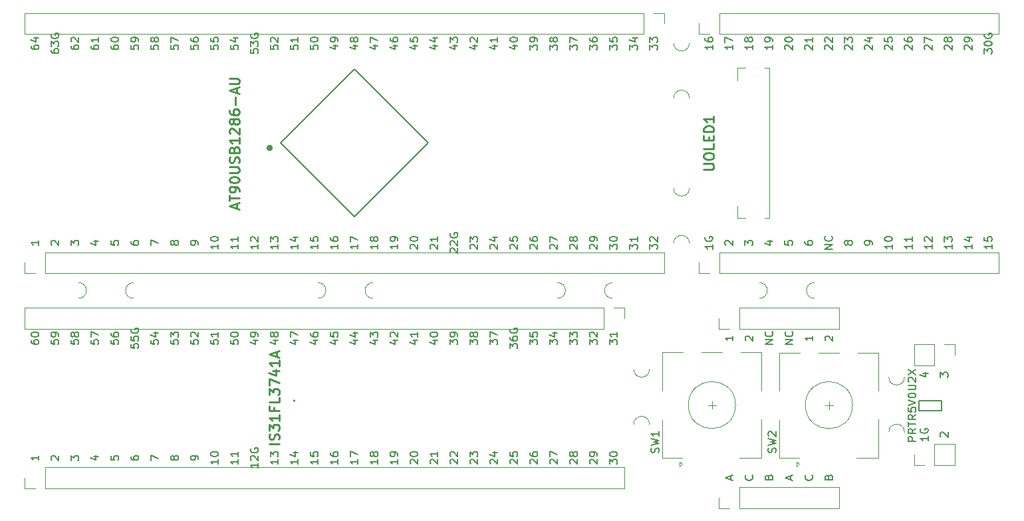
<source format=gbr>
%TF.GenerationSoftware,KiCad,Pcbnew,(6.0.2)*%
%TF.CreationDate,2022-03-22T07:27:24-04:00*%
%TF.ProjectId,Panel_Design_2,50616e65-6c5f-4446-9573-69676e5f322e,rev?*%
%TF.SameCoordinates,Original*%
%TF.FileFunction,Legend,Top*%
%TF.FilePolarity,Positive*%
%FSLAX46Y46*%
G04 Gerber Fmt 4.6, Leading zero omitted, Abs format (unit mm)*
G04 Created by KiCad (PCBNEW (6.0.2)) date 2022-03-22 07:27:24*
%MOMM*%
%LPD*%
G01*
G04 APERTURE LIST*
%ADD10C,0.150000*%
%ADD11C,0.254000*%
%ADD12C,0.100000*%
%ADD13C,0.120000*%
%ADD14C,0.200000*%
%ADD15C,0.400000*%
G04 APERTURE END LIST*
D10*
X140167376Y-50990475D02*
X140167376Y-51561903D01*
X140167376Y-51276189D02*
X139167376Y-51276189D01*
X139310234Y-51371427D01*
X139405472Y-51466665D01*
X139453091Y-51561903D01*
X140167376Y-50038094D02*
X140167376Y-50609522D01*
X140167376Y-50323808D02*
X139167376Y-50323808D01*
X139310234Y-50419046D01*
X139405472Y-50514284D01*
X139453091Y-50609522D01*
X117337377Y-62674284D02*
X117337377Y-63245713D01*
X117337377Y-62959999D02*
X116337377Y-62959999D01*
X116480235Y-63055237D01*
X116575473Y-63150475D01*
X116623092Y-63245713D01*
X131642615Y-26161903D02*
X131594996Y-26114284D01*
X131547376Y-26019046D01*
X131547376Y-25780951D01*
X131594996Y-25685713D01*
X131642615Y-25638094D01*
X131737853Y-25590475D01*
X131833091Y-25590475D01*
X131975948Y-25638094D01*
X132547376Y-26209522D01*
X132547376Y-25590475D01*
X131547376Y-25257141D02*
X131547376Y-24638094D01*
X131928329Y-24971427D01*
X131928329Y-24828570D01*
X131975948Y-24733332D01*
X132023567Y-24685713D01*
X132118805Y-24638094D01*
X132356900Y-24638094D01*
X132452138Y-24685713D01*
X132499757Y-24733332D01*
X132547376Y-24828570D01*
X132547376Y-25114284D01*
X132499757Y-25209522D01*
X132452138Y-25257141D01*
X94082615Y-51561903D02*
X94034996Y-51514284D01*
X93987376Y-51419046D01*
X93987376Y-51180951D01*
X94034996Y-51085713D01*
X94082615Y-51038094D01*
X94177853Y-50990475D01*
X94273091Y-50990475D01*
X94415948Y-51038094D01*
X94987376Y-51609522D01*
X94987376Y-50990475D01*
X93987376Y-50657141D02*
X93987376Y-49990475D01*
X94987376Y-50419046D01*
X30487376Y-26185713D02*
X30487376Y-26376189D01*
X30534996Y-26471427D01*
X30582615Y-26519046D01*
X30725472Y-26614284D01*
X30915948Y-26661903D01*
X31296900Y-26661903D01*
X31392138Y-26614284D01*
X31439757Y-26566665D01*
X31487376Y-26471427D01*
X31487376Y-26280951D01*
X31439757Y-26185713D01*
X31392138Y-26138094D01*
X31296900Y-26090475D01*
X31058805Y-26090475D01*
X30963567Y-26138094D01*
X30915948Y-26185713D01*
X30868329Y-26280951D01*
X30868329Y-26471427D01*
X30915948Y-26566665D01*
X30963567Y-26614284D01*
X31058805Y-26661903D01*
X30487376Y-25757141D02*
X30487376Y-25138094D01*
X30868329Y-25471427D01*
X30868329Y-25328570D01*
X30915948Y-25233332D01*
X30963567Y-25185713D01*
X31058805Y-25138094D01*
X31296900Y-25138094D01*
X31392138Y-25185713D01*
X31439757Y-25233332D01*
X31487376Y-25328570D01*
X31487376Y-25614284D01*
X31439757Y-25709522D01*
X31392138Y-25757141D01*
X30534996Y-24185713D02*
X30487376Y-24280951D01*
X30487376Y-24423808D01*
X30534996Y-24566665D01*
X30630234Y-24661903D01*
X30725472Y-24709522D01*
X30915948Y-24757141D01*
X31058805Y-24757141D01*
X31249281Y-24709522D01*
X31344519Y-24661903D01*
X31439757Y-24566665D01*
X31487376Y-24423808D01*
X31487376Y-24328570D01*
X31439757Y-24185713D01*
X31392138Y-24138094D01*
X31058805Y-24138094D01*
X31058805Y-24328570D01*
X96622615Y-78961903D02*
X96574996Y-78914284D01*
X96527376Y-78819046D01*
X96527376Y-78580951D01*
X96574996Y-78485713D01*
X96622615Y-78438094D01*
X96717853Y-78390475D01*
X96813091Y-78390475D01*
X96955948Y-78438094D01*
X97527376Y-79009522D01*
X97527376Y-78390475D01*
X96955948Y-77819046D02*
X96908329Y-77914284D01*
X96860710Y-77961903D01*
X96765472Y-78009522D01*
X96717853Y-78009522D01*
X96622615Y-77961903D01*
X96574996Y-77914284D01*
X96527376Y-77819046D01*
X96527376Y-77628570D01*
X96574996Y-77533332D01*
X96622615Y-77485713D01*
X96717853Y-77438094D01*
X96765472Y-77438094D01*
X96860710Y-77485713D01*
X96908329Y-77533332D01*
X96955948Y-77628570D01*
X96955948Y-77819046D01*
X97003567Y-77914284D01*
X97051186Y-77961903D01*
X97146424Y-78009522D01*
X97336900Y-78009522D01*
X97432138Y-77961903D01*
X97479757Y-77914284D01*
X97527376Y-77819046D01*
X97527376Y-77628570D01*
X97479757Y-77533332D01*
X97432138Y-77485713D01*
X97336900Y-77438094D01*
X97146424Y-77438094D01*
X97051186Y-77485713D01*
X97003567Y-77533332D01*
X96955948Y-77628570D01*
X56887376Y-50990475D02*
X56887376Y-51561903D01*
X56887376Y-51276189D02*
X55887376Y-51276189D01*
X56030234Y-51371427D01*
X56125472Y-51466665D01*
X56173091Y-51561903D01*
X55982615Y-50609522D02*
X55934996Y-50561903D01*
X55887376Y-50466665D01*
X55887376Y-50228570D01*
X55934996Y-50133332D01*
X55982615Y-50085713D01*
X56077853Y-50038094D01*
X56173091Y-50038094D01*
X56315948Y-50085713D01*
X56887376Y-50657141D01*
X56887376Y-50038094D01*
X68920710Y-63245713D02*
X69587376Y-63245713D01*
X68539757Y-63483808D02*
X69254043Y-63721903D01*
X69254043Y-63102856D01*
X68920710Y-62293332D02*
X69587376Y-62293332D01*
X68539757Y-62531427D02*
X69254043Y-62769522D01*
X69254043Y-62150475D01*
X27947376Y-25685713D02*
X27947376Y-25876189D01*
X27994996Y-25971427D01*
X28042615Y-26019046D01*
X28185472Y-26114284D01*
X28375948Y-26161903D01*
X28756900Y-26161903D01*
X28852138Y-26114284D01*
X28899757Y-26066665D01*
X28947376Y-25971427D01*
X28947376Y-25780951D01*
X28899757Y-25685713D01*
X28852138Y-25638094D01*
X28756900Y-25590475D01*
X28518805Y-25590475D01*
X28423567Y-25638094D01*
X28375948Y-25685713D01*
X28328329Y-25780951D01*
X28328329Y-25971427D01*
X28375948Y-26066665D01*
X28423567Y-26114284D01*
X28518805Y-26161903D01*
X28280710Y-24733332D02*
X28947376Y-24733332D01*
X27899757Y-24971427D02*
X28614043Y-25209522D01*
X28614043Y-24590475D01*
X40647376Y-78009522D02*
X40647376Y-78199999D01*
X40694996Y-78295237D01*
X40742615Y-78342856D01*
X40885472Y-78438094D01*
X41075948Y-78485713D01*
X41456900Y-78485713D01*
X41552138Y-78438094D01*
X41599757Y-78390475D01*
X41647376Y-78295237D01*
X41647376Y-78104760D01*
X41599757Y-78009522D01*
X41552138Y-77961903D01*
X41456900Y-77914284D01*
X41218805Y-77914284D01*
X41123567Y-77961903D01*
X41075948Y-78009522D01*
X41028329Y-78104760D01*
X41028329Y-78295237D01*
X41075948Y-78390475D01*
X41123567Y-78438094D01*
X41218805Y-78485713D01*
X51807376Y-50990475D02*
X51807376Y-51561903D01*
X51807376Y-51276189D02*
X50807376Y-51276189D01*
X50950234Y-51371427D01*
X51045472Y-51466665D01*
X51093091Y-51561903D01*
X50807376Y-50371427D02*
X50807376Y-50276189D01*
X50854996Y-50180951D01*
X50902615Y-50133332D01*
X50997853Y-50085713D01*
X51188329Y-50038094D01*
X51426424Y-50038094D01*
X51616900Y-50085713D01*
X51712138Y-50133332D01*
X51759757Y-50180951D01*
X51807376Y-50276189D01*
X51807376Y-50371427D01*
X51759757Y-50466665D01*
X51712138Y-50514284D01*
X51616900Y-50561903D01*
X51426424Y-50609522D01*
X51188329Y-50609522D01*
X50997853Y-50561903D01*
X50902615Y-50514284D01*
X50854996Y-50466665D01*
X50807376Y-50371427D01*
X54347376Y-78390475D02*
X54347376Y-78961903D01*
X54347376Y-78676189D02*
X53347376Y-78676189D01*
X53490234Y-78771427D01*
X53585472Y-78866665D01*
X53633091Y-78961903D01*
X54347376Y-77438094D02*
X54347376Y-78009522D01*
X54347376Y-77723808D02*
X53347376Y-77723808D01*
X53490234Y-77819046D01*
X53585472Y-77914284D01*
X53633091Y-78009522D01*
X63507376Y-25638094D02*
X63507376Y-26114284D01*
X63983567Y-26161903D01*
X63935948Y-26114284D01*
X63888329Y-26019046D01*
X63888329Y-25780951D01*
X63935948Y-25685713D01*
X63983567Y-25638094D01*
X64078805Y-25590475D01*
X64316900Y-25590475D01*
X64412138Y-25638094D01*
X64459757Y-25685713D01*
X64507376Y-25780951D01*
X64507376Y-26019046D01*
X64459757Y-26114284D01*
X64412138Y-26161903D01*
X63507376Y-24971427D02*
X63507376Y-24876189D01*
X63554996Y-24780951D01*
X63602615Y-24733332D01*
X63697853Y-24685713D01*
X63888329Y-24638094D01*
X64126424Y-24638094D01*
X64316900Y-24685713D01*
X64412138Y-24733332D01*
X64459757Y-24780951D01*
X64507376Y-24876189D01*
X64507376Y-24971427D01*
X64459757Y-25066665D01*
X64412138Y-25114284D01*
X64316900Y-25161903D01*
X64126424Y-25209522D01*
X63888329Y-25209522D01*
X63697853Y-25161903D01*
X63602615Y-25114284D01*
X63554996Y-25066665D01*
X63507376Y-24971427D01*
X150327376Y-50990475D02*
X150327376Y-51561903D01*
X150327376Y-51276189D02*
X149327376Y-51276189D01*
X149470234Y-51371427D01*
X149565472Y-51466665D01*
X149613091Y-51561903D01*
X149327376Y-50085713D02*
X149327376Y-50561903D01*
X149803567Y-50609522D01*
X149755948Y-50561903D01*
X149708329Y-50466665D01*
X149708329Y-50228570D01*
X149755948Y-50133332D01*
X149803567Y-50085713D01*
X149898805Y-50038094D01*
X150136900Y-50038094D01*
X150232138Y-50085713D01*
X150279757Y-50133332D01*
X150327376Y-50228570D01*
X150327376Y-50466665D01*
X150279757Y-50561903D01*
X150232138Y-50609522D01*
X58760710Y-63245713D02*
X59427376Y-63245713D01*
X58379757Y-63483808D02*
X59094043Y-63721903D01*
X59094043Y-63102856D01*
X58855948Y-62579046D02*
X58808329Y-62674284D01*
X58760710Y-62721903D01*
X58665472Y-62769522D01*
X58617853Y-62769522D01*
X58522615Y-62721903D01*
X58474996Y-62674284D01*
X58427376Y-62579046D01*
X58427376Y-62388570D01*
X58474996Y-62293332D01*
X58522615Y-62245713D01*
X58617853Y-62198094D01*
X58665472Y-62198094D01*
X58760710Y-62245713D01*
X58808329Y-62293332D01*
X58855948Y-62388570D01*
X58855948Y-62579046D01*
X58903567Y-62674284D01*
X58951186Y-62721903D01*
X59046424Y-62769522D01*
X59236900Y-62769522D01*
X59332138Y-62721903D01*
X59379757Y-62674284D01*
X59427376Y-62579046D01*
X59427376Y-62388570D01*
X59379757Y-62293332D01*
X59332138Y-62245713D01*
X59236900Y-62198094D01*
X59046424Y-62198094D01*
X58951186Y-62245713D01*
X58903567Y-62293332D01*
X58855948Y-62388570D01*
X99067376Y-26209522D02*
X99067376Y-25590475D01*
X99448329Y-25923808D01*
X99448329Y-25780951D01*
X99495948Y-25685713D01*
X99543567Y-25638094D01*
X99638805Y-25590475D01*
X99876900Y-25590475D01*
X99972138Y-25638094D01*
X100019757Y-25685713D01*
X100067376Y-25780951D01*
X100067376Y-26066665D01*
X100019757Y-26161903D01*
X99972138Y-26209522D01*
X99067376Y-24733332D02*
X99067376Y-24923808D01*
X99114996Y-25019046D01*
X99162615Y-25066665D01*
X99305472Y-25161903D01*
X99495948Y-25209522D01*
X99876900Y-25209522D01*
X99972138Y-25161903D01*
X100019757Y-25114284D01*
X100067376Y-25019046D01*
X100067376Y-24828570D01*
X100019757Y-24733332D01*
X99972138Y-24685713D01*
X99876900Y-24638094D01*
X99638805Y-24638094D01*
X99543567Y-24685713D01*
X99495948Y-24733332D01*
X99448329Y-24828570D01*
X99448329Y-25019046D01*
X99495948Y-25114284D01*
X99543567Y-25161903D01*
X99638805Y-25209522D01*
X38107376Y-63198094D02*
X38107376Y-63674284D01*
X38583567Y-63721903D01*
X38535948Y-63674284D01*
X38488329Y-63579046D01*
X38488329Y-63340951D01*
X38535948Y-63245713D01*
X38583567Y-63198094D01*
X38678805Y-63150475D01*
X38916900Y-63150475D01*
X39012138Y-63198094D01*
X39059757Y-63245713D01*
X39107376Y-63340951D01*
X39107376Y-63579046D01*
X39059757Y-63674284D01*
X39012138Y-63721903D01*
X38107376Y-62293332D02*
X38107376Y-62483808D01*
X38154996Y-62579046D01*
X38202615Y-62626665D01*
X38345472Y-62721903D01*
X38535948Y-62769522D01*
X38916900Y-62769522D01*
X39012138Y-62721903D01*
X39059757Y-62674284D01*
X39107376Y-62579046D01*
X39107376Y-62388570D01*
X39059757Y-62293332D01*
X39012138Y-62245713D01*
X38916900Y-62198094D01*
X38678805Y-62198094D01*
X38583567Y-62245713D01*
X38535948Y-62293332D01*
X38488329Y-62388570D01*
X38488329Y-62579046D01*
X38535948Y-62674284D01*
X38583567Y-62721903D01*
X38678805Y-62769522D01*
X30582615Y-78485713D02*
X30534996Y-78438094D01*
X30487376Y-78342856D01*
X30487376Y-78104760D01*
X30534996Y-78009522D01*
X30582615Y-77961903D01*
X30677853Y-77914284D01*
X30773091Y-77914284D01*
X30915948Y-77961903D01*
X31487376Y-78533332D01*
X31487376Y-77914284D01*
X84160710Y-25685713D02*
X84827376Y-25685713D01*
X83779757Y-25923808D02*
X84494043Y-26161903D01*
X84494043Y-25542856D01*
X83922615Y-25209522D02*
X83874996Y-25161903D01*
X83827376Y-25066665D01*
X83827376Y-24828570D01*
X83874996Y-24733332D01*
X83922615Y-24685713D01*
X84017853Y-24638094D01*
X84113091Y-24638094D01*
X84255948Y-24685713D01*
X84827376Y-25257141D01*
X84827376Y-24638094D01*
X127402139Y-80430475D02*
X127449758Y-80478094D01*
X127497377Y-80620951D01*
X127497377Y-80716189D01*
X127449758Y-80859046D01*
X127354520Y-80954284D01*
X127259282Y-81001903D01*
X127068806Y-81049522D01*
X126925949Y-81049522D01*
X126735473Y-81001903D01*
X126640235Y-80954284D01*
X126544997Y-80859046D01*
X126497377Y-80716189D01*
X126497377Y-80620951D01*
X126544997Y-80478094D01*
X126592616Y-80430475D01*
X83922615Y-78961903D02*
X83874996Y-78914284D01*
X83827376Y-78819046D01*
X83827376Y-78580951D01*
X83874996Y-78485713D01*
X83922615Y-78438094D01*
X84017853Y-78390475D01*
X84113091Y-78390475D01*
X84255948Y-78438094D01*
X84827376Y-79009522D01*
X84827376Y-78390475D01*
X83827376Y-78057141D02*
X83827376Y-77438094D01*
X84208329Y-77771427D01*
X84208329Y-77628570D01*
X84255948Y-77533332D01*
X84303567Y-77485713D01*
X84398805Y-77438094D01*
X84636900Y-77438094D01*
X84732138Y-77485713D01*
X84779757Y-77533332D01*
X84827376Y-77628570D01*
X84827376Y-77914284D01*
X84779757Y-78009522D01*
X84732138Y-78057141D01*
X114767376Y-25590475D02*
X114767376Y-26161903D01*
X114767376Y-25876189D02*
X113767376Y-25876189D01*
X113910234Y-25971427D01*
X114005472Y-26066665D01*
X114053091Y-26161903D01*
X113767376Y-24733332D02*
X113767376Y-24923808D01*
X113814996Y-25019046D01*
X113862615Y-25066665D01*
X114005472Y-25161903D01*
X114195948Y-25209522D01*
X114576900Y-25209522D01*
X114672138Y-25161903D01*
X114719757Y-25114284D01*
X114767376Y-25019046D01*
X114767376Y-24828570D01*
X114719757Y-24733332D01*
X114672138Y-24685713D01*
X114576900Y-24638094D01*
X114338805Y-24638094D01*
X114243567Y-24685713D01*
X114195948Y-24733332D01*
X114148329Y-24828570D01*
X114148329Y-25019046D01*
X114195948Y-25114284D01*
X114243567Y-25161903D01*
X114338805Y-25209522D01*
X43187376Y-51133332D02*
X43187376Y-50466665D01*
X44187376Y-50895237D01*
X76302615Y-51561903D02*
X76254996Y-51514284D01*
X76207376Y-51419046D01*
X76207376Y-51180951D01*
X76254996Y-51085713D01*
X76302615Y-51038094D01*
X76397853Y-50990475D01*
X76493091Y-50990475D01*
X76635948Y-51038094D01*
X77207376Y-51609522D01*
X77207376Y-50990475D01*
X76207376Y-50371427D02*
X76207376Y-50276189D01*
X76254996Y-50180951D01*
X76302615Y-50133332D01*
X76397853Y-50085713D01*
X76588329Y-50038094D01*
X76826424Y-50038094D01*
X77016900Y-50085713D01*
X77112138Y-50133332D01*
X77159757Y-50180951D01*
X77207376Y-50276189D01*
X77207376Y-50371427D01*
X77159757Y-50466665D01*
X77112138Y-50514284D01*
X77016900Y-50561903D01*
X76826424Y-50609522D01*
X76588329Y-50609522D01*
X76397853Y-50561903D01*
X76302615Y-50514284D01*
X76254996Y-50466665D01*
X76207376Y-50371427D01*
X86462615Y-51561903D02*
X86414996Y-51514284D01*
X86367376Y-51419046D01*
X86367376Y-51180951D01*
X86414996Y-51085713D01*
X86462615Y-51038094D01*
X86557853Y-50990475D01*
X86653091Y-50990475D01*
X86795948Y-51038094D01*
X87367376Y-51609522D01*
X87367376Y-50990475D01*
X86700710Y-50133332D02*
X87367376Y-50133332D01*
X86319757Y-50371427D02*
X87034043Y-50609522D01*
X87034043Y-49990475D01*
X64507376Y-50990475D02*
X64507376Y-51561903D01*
X64507376Y-51276189D02*
X63507376Y-51276189D01*
X63650234Y-51371427D01*
X63745472Y-51466665D01*
X63793091Y-51561903D01*
X63507376Y-50085713D02*
X63507376Y-50561903D01*
X63983567Y-50609522D01*
X63935948Y-50561903D01*
X63888329Y-50466665D01*
X63888329Y-50228570D01*
X63935948Y-50133332D01*
X63983567Y-50085713D01*
X64078805Y-50038094D01*
X64316900Y-50038094D01*
X64412138Y-50085713D01*
X64459757Y-50133332D01*
X64507376Y-50228570D01*
X64507376Y-50466665D01*
X64459757Y-50561903D01*
X64412138Y-50609522D01*
X45727376Y-25638094D02*
X45727376Y-26114284D01*
X46203567Y-26161903D01*
X46155948Y-26114284D01*
X46108329Y-26019046D01*
X46108329Y-25780951D01*
X46155948Y-25685713D01*
X46203567Y-25638094D01*
X46298805Y-25590475D01*
X46536900Y-25590475D01*
X46632138Y-25638094D01*
X46679757Y-25685713D01*
X46727376Y-25780951D01*
X46727376Y-26019046D01*
X46679757Y-26114284D01*
X46632138Y-26161903D01*
X45727376Y-25257141D02*
X45727376Y-24590475D01*
X46727376Y-25019046D01*
X50807376Y-25638094D02*
X50807376Y-26114284D01*
X51283567Y-26161903D01*
X51235948Y-26114284D01*
X51188329Y-26019046D01*
X51188329Y-25780951D01*
X51235948Y-25685713D01*
X51283567Y-25638094D01*
X51378805Y-25590475D01*
X51616900Y-25590475D01*
X51712138Y-25638094D01*
X51759757Y-25685713D01*
X51807376Y-25780951D01*
X51807376Y-26019046D01*
X51759757Y-26114284D01*
X51712138Y-26161903D01*
X50807376Y-24685713D02*
X50807376Y-25161903D01*
X51283567Y-25209522D01*
X51235948Y-25161903D01*
X51188329Y-25066665D01*
X51188329Y-24828570D01*
X51235948Y-24733332D01*
X51283567Y-24685713D01*
X51378805Y-24638094D01*
X51616900Y-24638094D01*
X51712138Y-24685713D01*
X51759757Y-24733332D01*
X51807376Y-24828570D01*
X51807376Y-25066665D01*
X51759757Y-25161903D01*
X51712138Y-25209522D01*
X76302615Y-78961903D02*
X76254996Y-78914284D01*
X76207376Y-78819046D01*
X76207376Y-78580951D01*
X76254996Y-78485713D01*
X76302615Y-78438094D01*
X76397853Y-78390475D01*
X76493091Y-78390475D01*
X76635948Y-78438094D01*
X77207376Y-79009522D01*
X77207376Y-78390475D01*
X76207376Y-77771427D02*
X76207376Y-77676189D01*
X76254996Y-77580951D01*
X76302615Y-77533332D01*
X76397853Y-77485713D01*
X76588329Y-77438094D01*
X76826424Y-77438094D01*
X77016900Y-77485713D01*
X77112138Y-77533332D01*
X77159757Y-77580951D01*
X77207376Y-77676189D01*
X77207376Y-77771427D01*
X77159757Y-77866665D01*
X77112138Y-77914284D01*
X77016900Y-77961903D01*
X76826424Y-78009522D01*
X76588329Y-78009522D01*
X76397853Y-77961903D01*
X76302615Y-77914284D01*
X76254996Y-77866665D01*
X76207376Y-77771427D01*
X101607376Y-51609522D02*
X101607376Y-50990475D01*
X101988329Y-51323808D01*
X101988329Y-51180951D01*
X102035948Y-51085713D01*
X102083567Y-51038094D01*
X102178805Y-50990475D01*
X102416900Y-50990475D01*
X102512138Y-51038094D01*
X102559757Y-51085713D01*
X102607376Y-51180951D01*
X102607376Y-51466665D01*
X102559757Y-51561903D01*
X102512138Y-51609522D01*
X101607376Y-50371427D02*
X101607376Y-50276189D01*
X101654996Y-50180951D01*
X101702615Y-50133332D01*
X101797853Y-50085713D01*
X101988329Y-50038094D01*
X102226424Y-50038094D01*
X102416900Y-50085713D01*
X102512138Y-50133332D01*
X102559757Y-50180951D01*
X102607376Y-50276189D01*
X102607376Y-50371427D01*
X102559757Y-50466665D01*
X102512138Y-50514284D01*
X102416900Y-50561903D01*
X102226424Y-50609522D01*
X101988329Y-50609522D01*
X101797853Y-50561903D01*
X101702615Y-50514284D01*
X101654996Y-50466665D01*
X101607376Y-50371427D01*
X129513568Y-80668570D02*
X129561187Y-80525713D01*
X129608806Y-80478094D01*
X129704044Y-80430475D01*
X129846901Y-80430475D01*
X129942139Y-80478094D01*
X129989758Y-80525713D01*
X130037377Y-80620951D01*
X130037377Y-81001903D01*
X129037377Y-81001903D01*
X129037377Y-80668570D01*
X129084997Y-80573332D01*
X129132616Y-80525713D01*
X129227854Y-80478094D01*
X129323092Y-80478094D01*
X129418330Y-80525713D01*
X129465949Y-80573332D01*
X129513568Y-80668570D01*
X129513568Y-81001903D01*
X33027376Y-78533332D02*
X33027376Y-77914284D01*
X33408329Y-78247618D01*
X33408329Y-78104760D01*
X33455948Y-78009522D01*
X33503567Y-77961903D01*
X33598805Y-77914284D01*
X33836900Y-77914284D01*
X33932138Y-77961903D01*
X33979757Y-78009522D01*
X34027376Y-78104760D01*
X34027376Y-78390475D01*
X33979757Y-78485713D01*
X33932138Y-78533332D01*
X89002615Y-51561903D02*
X88954996Y-51514284D01*
X88907376Y-51419046D01*
X88907376Y-51180951D01*
X88954996Y-51085713D01*
X89002615Y-51038094D01*
X89097853Y-50990475D01*
X89193091Y-50990475D01*
X89335948Y-51038094D01*
X89907376Y-51609522D01*
X89907376Y-50990475D01*
X88907376Y-50085713D02*
X88907376Y-50561903D01*
X89383567Y-50609522D01*
X89335948Y-50561903D01*
X89288329Y-50466665D01*
X89288329Y-50228570D01*
X89335948Y-50133332D01*
X89383567Y-50085713D01*
X89478805Y-50038094D01*
X89716900Y-50038094D01*
X89812138Y-50085713D01*
X89859757Y-50133332D01*
X89907376Y-50228570D01*
X89907376Y-50466665D01*
X89859757Y-50561903D01*
X89812138Y-50609522D01*
X46155948Y-50895237D02*
X46108329Y-50990475D01*
X46060710Y-51038094D01*
X45965472Y-51085713D01*
X45917853Y-51085713D01*
X45822615Y-51038094D01*
X45774996Y-50990475D01*
X45727376Y-50895237D01*
X45727376Y-50704760D01*
X45774996Y-50609522D01*
X45822615Y-50561903D01*
X45917853Y-50514284D01*
X45965472Y-50514284D01*
X46060710Y-50561903D01*
X46108329Y-50609522D01*
X46155948Y-50704760D01*
X46155948Y-50895237D01*
X46203567Y-50990475D01*
X46251186Y-51038094D01*
X46346424Y-51085713D01*
X46536900Y-51085713D01*
X46632138Y-51038094D01*
X46679757Y-50990475D01*
X46727376Y-50895237D01*
X46727376Y-50704760D01*
X46679757Y-50609522D01*
X46632138Y-50561903D01*
X46536900Y-50514284D01*
X46346424Y-50514284D01*
X46251186Y-50561903D01*
X46203567Y-50609522D01*
X46155948Y-50704760D01*
X101607376Y-79009522D02*
X101607376Y-78390475D01*
X101988329Y-78723808D01*
X101988329Y-78580951D01*
X102035948Y-78485713D01*
X102083567Y-78438094D01*
X102178805Y-78390475D01*
X102416900Y-78390475D01*
X102512138Y-78438094D01*
X102559757Y-78485713D01*
X102607376Y-78580951D01*
X102607376Y-78866665D01*
X102559757Y-78961903D01*
X102512138Y-79009522D01*
X101607376Y-77771427D02*
X101607376Y-77676189D01*
X101654996Y-77580951D01*
X101702615Y-77533332D01*
X101797853Y-77485713D01*
X101988329Y-77438094D01*
X102226424Y-77438094D01*
X102416900Y-77485713D01*
X102512138Y-77533332D01*
X102559757Y-77580951D01*
X102607376Y-77676189D01*
X102607376Y-77771427D01*
X102559757Y-77866665D01*
X102512138Y-77914284D01*
X102416900Y-77961903D01*
X102226424Y-78009522D01*
X101988329Y-78009522D01*
X101797853Y-77961903D01*
X101702615Y-77914284D01*
X101654996Y-77866665D01*
X101607376Y-77771427D01*
X99162615Y-78961903D02*
X99114996Y-78914284D01*
X99067376Y-78819046D01*
X99067376Y-78580951D01*
X99114996Y-78485713D01*
X99162615Y-78438094D01*
X99257853Y-78390475D01*
X99353091Y-78390475D01*
X99495948Y-78438094D01*
X100067376Y-79009522D01*
X100067376Y-78390475D01*
X100067376Y-77914284D02*
X100067376Y-77723808D01*
X100019757Y-77628570D01*
X99972138Y-77580951D01*
X99829281Y-77485713D01*
X99638805Y-77438094D01*
X99257853Y-77438094D01*
X99162615Y-77485713D01*
X99114996Y-77533332D01*
X99067376Y-77628570D01*
X99067376Y-77819046D01*
X99114996Y-77914284D01*
X99162615Y-77961903D01*
X99257853Y-78009522D01*
X99495948Y-78009522D01*
X99591186Y-77961903D01*
X99638805Y-77914284D01*
X99686424Y-77819046D01*
X99686424Y-77628570D01*
X99638805Y-77533332D01*
X99591186Y-77485713D01*
X99495948Y-77438094D01*
X40647376Y-25638094D02*
X40647376Y-26114284D01*
X41123567Y-26161903D01*
X41075948Y-26114284D01*
X41028329Y-26019046D01*
X41028329Y-25780951D01*
X41075948Y-25685713D01*
X41123567Y-25638094D01*
X41218805Y-25590475D01*
X41456900Y-25590475D01*
X41552138Y-25638094D01*
X41599757Y-25685713D01*
X41647376Y-25780951D01*
X41647376Y-26019046D01*
X41599757Y-26114284D01*
X41552138Y-26161903D01*
X41647376Y-25114284D02*
X41647376Y-24923808D01*
X41599757Y-24828570D01*
X41552138Y-24780951D01*
X41409281Y-24685713D01*
X41218805Y-24638094D01*
X40837853Y-24638094D01*
X40742615Y-24685713D01*
X40694996Y-24733332D01*
X40647376Y-24828570D01*
X40647376Y-25019046D01*
X40694996Y-25114284D01*
X40742615Y-25161903D01*
X40837853Y-25209522D01*
X41075948Y-25209522D01*
X41171186Y-25161903D01*
X41218805Y-25114284D01*
X41266424Y-25019046D01*
X41266424Y-24828570D01*
X41218805Y-24733332D01*
X41171186Y-24685713D01*
X41075948Y-24638094D01*
X72127376Y-50990475D02*
X72127376Y-51561903D01*
X72127376Y-51276189D02*
X71127376Y-51276189D01*
X71270234Y-51371427D01*
X71365472Y-51466665D01*
X71413091Y-51561903D01*
X71555948Y-50419046D02*
X71508329Y-50514284D01*
X71460710Y-50561903D01*
X71365472Y-50609522D01*
X71317853Y-50609522D01*
X71222615Y-50561903D01*
X71174996Y-50514284D01*
X71127376Y-50419046D01*
X71127376Y-50228570D01*
X71174996Y-50133332D01*
X71222615Y-50085713D01*
X71317853Y-50038094D01*
X71365472Y-50038094D01*
X71460710Y-50085713D01*
X71508329Y-50133332D01*
X71555948Y-50228570D01*
X71555948Y-50419046D01*
X71603567Y-50514284D01*
X71651186Y-50561903D01*
X71746424Y-50609522D01*
X71936900Y-50609522D01*
X72032138Y-50561903D01*
X72079757Y-50514284D01*
X72127376Y-50419046D01*
X72127376Y-50228570D01*
X72079757Y-50133332D01*
X72032138Y-50085713D01*
X71936900Y-50038094D01*
X71746424Y-50038094D01*
X71651186Y-50085713D01*
X71603567Y-50133332D01*
X71555948Y-50228570D01*
X147787376Y-50990475D02*
X147787376Y-51561903D01*
X147787376Y-51276189D02*
X146787376Y-51276189D01*
X146930234Y-51371427D01*
X147025472Y-51466665D01*
X147073091Y-51561903D01*
X147120710Y-50133332D02*
X147787376Y-50133332D01*
X146739757Y-50371427D02*
X147454043Y-50609522D01*
X147454043Y-49990475D01*
X145247376Y-50990475D02*
X145247376Y-51561903D01*
X145247376Y-51276189D02*
X144247376Y-51276189D01*
X144390234Y-51371427D01*
X144485472Y-51466665D01*
X144533091Y-51561903D01*
X144247376Y-50657141D02*
X144247376Y-50038094D01*
X144628329Y-50371427D01*
X144628329Y-50228570D01*
X144675948Y-50133332D01*
X144723567Y-50085713D01*
X144818805Y-50038094D01*
X145056900Y-50038094D01*
X145152138Y-50085713D01*
X145199757Y-50133332D01*
X145247376Y-50228570D01*
X145247376Y-50514284D01*
X145199757Y-50609522D01*
X145152138Y-50657141D01*
X74667376Y-50990475D02*
X74667376Y-51561903D01*
X74667376Y-51276189D02*
X73667376Y-51276189D01*
X73810234Y-51371427D01*
X73905472Y-51466665D01*
X73953091Y-51561903D01*
X74667376Y-50514284D02*
X74667376Y-50323808D01*
X74619757Y-50228570D01*
X74572138Y-50180951D01*
X74429281Y-50085713D01*
X74238805Y-50038094D01*
X73857853Y-50038094D01*
X73762615Y-50085713D01*
X73714996Y-50133332D01*
X73667376Y-50228570D01*
X73667376Y-50419046D01*
X73714996Y-50514284D01*
X73762615Y-50561903D01*
X73857853Y-50609522D01*
X74095948Y-50609522D01*
X74191186Y-50561903D01*
X74238805Y-50514284D01*
X74286424Y-50419046D01*
X74286424Y-50228570D01*
X74238805Y-50133332D01*
X74191186Y-50085713D01*
X74095948Y-50038094D01*
X79080710Y-63245713D02*
X79747376Y-63245713D01*
X78699757Y-63483808D02*
X79414043Y-63721903D01*
X79414043Y-63102856D01*
X78747376Y-62531427D02*
X78747376Y-62436189D01*
X78794996Y-62340951D01*
X78842615Y-62293332D01*
X78937853Y-62245713D01*
X79128329Y-62198094D01*
X79366424Y-62198094D01*
X79556900Y-62245713D01*
X79652138Y-62293332D01*
X79699757Y-62340951D01*
X79747376Y-62436189D01*
X79747376Y-62531427D01*
X79699757Y-62626665D01*
X79652138Y-62674284D01*
X79556900Y-62721903D01*
X79366424Y-62769522D01*
X79128329Y-62769522D01*
X78937853Y-62721903D01*
X78842615Y-62674284D01*
X78794996Y-62626665D01*
X78747376Y-62531427D01*
X61967376Y-50990475D02*
X61967376Y-51561903D01*
X61967376Y-51276189D02*
X60967376Y-51276189D01*
X61110234Y-51371427D01*
X61205472Y-51466665D01*
X61253091Y-51561903D01*
X61300710Y-50133332D02*
X61967376Y-50133332D01*
X60919757Y-50371427D02*
X61634043Y-50609522D01*
X61634043Y-49990475D01*
X69587376Y-78390475D02*
X69587376Y-78961903D01*
X69587376Y-78676189D02*
X68587376Y-78676189D01*
X68730234Y-78771427D01*
X68825472Y-78866665D01*
X68873091Y-78961903D01*
X68587376Y-78057141D02*
X68587376Y-77390475D01*
X69587376Y-77819046D01*
X142167379Y-75444284D02*
X142167379Y-76015713D01*
X142167379Y-75729999D02*
X141167379Y-75729999D01*
X141310237Y-75825237D01*
X141405475Y-75920475D01*
X141453094Y-76015713D01*
X141214999Y-74491903D02*
X141167379Y-74587141D01*
X141167379Y-74729999D01*
X141214999Y-74872856D01*
X141310237Y-74968094D01*
X141405475Y-75015713D01*
X141595951Y-75063332D01*
X141738808Y-75063332D01*
X141929284Y-75015713D01*
X142024522Y-74968094D01*
X142119760Y-74872856D01*
X142167379Y-74729999D01*
X142167379Y-74634760D01*
X142119760Y-74491903D01*
X142072141Y-74444284D01*
X141738808Y-74444284D01*
X141738808Y-74634760D01*
X127497377Y-62674284D02*
X127497377Y-63245713D01*
X127497377Y-62959999D02*
X126497377Y-62959999D01*
X126640235Y-63055237D01*
X126735473Y-63150475D01*
X126783092Y-63245713D01*
X139262615Y-26161903D02*
X139214996Y-26114284D01*
X139167376Y-26019046D01*
X139167376Y-25780951D01*
X139214996Y-25685713D01*
X139262615Y-25638094D01*
X139357853Y-25590475D01*
X139453091Y-25590475D01*
X139595948Y-25638094D01*
X140167376Y-26209522D01*
X140167376Y-25590475D01*
X139167376Y-24733332D02*
X139167376Y-24923808D01*
X139214996Y-25019046D01*
X139262615Y-25066665D01*
X139405472Y-25161903D01*
X139595948Y-25209522D01*
X139976900Y-25209522D01*
X140072138Y-25161903D01*
X140119757Y-25114284D01*
X140167376Y-25019046D01*
X140167376Y-24828570D01*
X140119757Y-24733332D01*
X140072138Y-24685713D01*
X139976900Y-24638094D01*
X139738805Y-24638094D01*
X139643567Y-24685713D01*
X139595948Y-24733332D01*
X139548329Y-24828570D01*
X139548329Y-25019046D01*
X139595948Y-25114284D01*
X139643567Y-25161903D01*
X139738805Y-25209522D01*
X30582615Y-51085713D02*
X30534996Y-51038094D01*
X30487376Y-50942856D01*
X30487376Y-50704760D01*
X30534996Y-50609522D01*
X30582615Y-50561903D01*
X30677853Y-50514284D01*
X30773091Y-50514284D01*
X30915948Y-50561903D01*
X31487376Y-51133332D01*
X31487376Y-50514284D01*
X106717376Y-26209522D02*
X106717376Y-25590475D01*
X107098329Y-25923808D01*
X107098329Y-25780951D01*
X107145948Y-25685713D01*
X107193567Y-25638094D01*
X107288805Y-25590475D01*
X107526900Y-25590475D01*
X107622138Y-25638094D01*
X107669757Y-25685713D01*
X107717376Y-25780951D01*
X107717376Y-26066665D01*
X107669757Y-26161903D01*
X107622138Y-26209522D01*
X106717376Y-25257141D02*
X106717376Y-24638094D01*
X107098329Y-24971427D01*
X107098329Y-24828570D01*
X107145948Y-24733332D01*
X107193567Y-24685713D01*
X107288805Y-24638094D01*
X107526900Y-24638094D01*
X107622138Y-24685713D01*
X107669757Y-24733332D01*
X107717376Y-24828570D01*
X107717376Y-25114284D01*
X107669757Y-25209522D01*
X107622138Y-25257141D01*
X137627376Y-50990475D02*
X137627376Y-51561903D01*
X137627376Y-51276189D02*
X136627376Y-51276189D01*
X136770234Y-51371427D01*
X136865472Y-51466665D01*
X136913091Y-51561903D01*
X136627376Y-50371427D02*
X136627376Y-50276189D01*
X136674996Y-50180951D01*
X136722615Y-50133332D01*
X136817853Y-50085713D01*
X137008329Y-50038094D01*
X137246424Y-50038094D01*
X137436900Y-50085713D01*
X137532138Y-50133332D01*
X137579757Y-50180951D01*
X137627376Y-50276189D01*
X137627376Y-50371427D01*
X137579757Y-50466665D01*
X137532138Y-50514284D01*
X137436900Y-50561903D01*
X137246424Y-50609522D01*
X137008329Y-50609522D01*
X136817853Y-50561903D01*
X136722615Y-50514284D01*
X136674996Y-50466665D01*
X136627376Y-50371427D01*
X76540710Y-63245713D02*
X77207376Y-63245713D01*
X76159757Y-63483808D02*
X76874043Y-63721903D01*
X76874043Y-63102856D01*
X77207376Y-62198094D02*
X77207376Y-62769522D01*
X77207376Y-62483808D02*
X76207376Y-62483808D01*
X76350234Y-62579046D01*
X76445472Y-62674284D01*
X76493091Y-62769522D01*
X46155948Y-78295237D02*
X46108329Y-78390475D01*
X46060710Y-78438094D01*
X45965472Y-78485713D01*
X45917853Y-78485713D01*
X45822615Y-78438094D01*
X45774996Y-78390475D01*
X45727376Y-78295237D01*
X45727376Y-78104760D01*
X45774996Y-78009522D01*
X45822615Y-77961903D01*
X45917853Y-77914284D01*
X45965472Y-77914284D01*
X46060710Y-77961903D01*
X46108329Y-78009522D01*
X46155948Y-78104760D01*
X46155948Y-78295237D01*
X46203567Y-78390475D01*
X46251186Y-78438094D01*
X46346424Y-78485713D01*
X46536900Y-78485713D01*
X46632138Y-78438094D01*
X46679757Y-78390475D01*
X46727376Y-78295237D01*
X46727376Y-78104760D01*
X46679757Y-78009522D01*
X46632138Y-77961903D01*
X46536900Y-77914284D01*
X46346424Y-77914284D01*
X46251186Y-77961903D01*
X46203567Y-78009522D01*
X46155948Y-78104760D01*
X96622615Y-51561903D02*
X96574996Y-51514284D01*
X96527376Y-51419046D01*
X96527376Y-51180951D01*
X96574996Y-51085713D01*
X96622615Y-51038094D01*
X96717853Y-50990475D01*
X96813091Y-50990475D01*
X96955948Y-51038094D01*
X97527376Y-51609522D01*
X97527376Y-50990475D01*
X96955948Y-50419046D02*
X96908329Y-50514284D01*
X96860710Y-50561903D01*
X96765472Y-50609522D01*
X96717853Y-50609522D01*
X96622615Y-50561903D01*
X96574996Y-50514284D01*
X96527376Y-50419046D01*
X96527376Y-50228570D01*
X96574996Y-50133332D01*
X96622615Y-50085713D01*
X96717853Y-50038094D01*
X96765472Y-50038094D01*
X96860710Y-50085713D01*
X96908329Y-50133332D01*
X96955948Y-50228570D01*
X96955948Y-50419046D01*
X97003567Y-50514284D01*
X97051186Y-50561903D01*
X97146424Y-50609522D01*
X97336900Y-50609522D01*
X97432138Y-50561903D01*
X97479757Y-50514284D01*
X97527376Y-50419046D01*
X97527376Y-50228570D01*
X97479757Y-50133332D01*
X97432138Y-50085713D01*
X97336900Y-50038094D01*
X97146424Y-50038094D01*
X97051186Y-50085713D01*
X97003567Y-50133332D01*
X96955948Y-50228570D01*
X96527376Y-26209522D02*
X96527376Y-25590475D01*
X96908329Y-25923808D01*
X96908329Y-25780951D01*
X96955948Y-25685713D01*
X97003567Y-25638094D01*
X97098805Y-25590475D01*
X97336900Y-25590475D01*
X97432138Y-25638094D01*
X97479757Y-25685713D01*
X97527376Y-25780951D01*
X97527376Y-26066665D01*
X97479757Y-26161903D01*
X97432138Y-26209522D01*
X96527376Y-25257141D02*
X96527376Y-24590475D01*
X97527376Y-25019046D01*
X59427376Y-78390475D02*
X59427376Y-78961903D01*
X59427376Y-78676189D02*
X58427376Y-78676189D01*
X58570234Y-78771427D01*
X58665472Y-78866665D01*
X58713091Y-78961903D01*
X58427376Y-78057141D02*
X58427376Y-77438094D01*
X58808329Y-77771427D01*
X58808329Y-77628570D01*
X58855948Y-77533332D01*
X58903567Y-77485713D01*
X58998805Y-77438094D01*
X59236900Y-77438094D01*
X59332138Y-77485713D01*
X59379757Y-77533332D01*
X59427376Y-77628570D01*
X59427376Y-77914284D01*
X59379757Y-78009522D01*
X59332138Y-78057141D01*
X66380710Y-63245713D02*
X67047376Y-63245713D01*
X65999757Y-63483808D02*
X66714043Y-63721903D01*
X66714043Y-63102856D01*
X66047376Y-62245713D02*
X66047376Y-62721903D01*
X66523567Y-62769522D01*
X66475948Y-62721903D01*
X66428329Y-62626665D01*
X66428329Y-62388570D01*
X66475948Y-62293332D01*
X66523567Y-62245713D01*
X66618805Y-62198094D01*
X66856900Y-62198094D01*
X66952138Y-62245713D01*
X66999757Y-62293332D01*
X67047376Y-62388570D01*
X67047376Y-62626665D01*
X66999757Y-62721903D01*
X66952138Y-62769522D01*
X35567376Y-63198094D02*
X35567376Y-63674284D01*
X36043567Y-63721903D01*
X35995948Y-63674284D01*
X35948329Y-63579046D01*
X35948329Y-63340951D01*
X35995948Y-63245713D01*
X36043567Y-63198094D01*
X36138805Y-63150475D01*
X36376900Y-63150475D01*
X36472138Y-63198094D01*
X36519757Y-63245713D01*
X36567376Y-63340951D01*
X36567376Y-63579046D01*
X36519757Y-63674284D01*
X36472138Y-63721903D01*
X35567376Y-62817141D02*
X35567376Y-62150475D01*
X36567376Y-62579046D01*
X121893568Y-80668570D02*
X121941187Y-80525713D01*
X121988806Y-80478094D01*
X122084044Y-80430475D01*
X122226901Y-80430475D01*
X122322139Y-80478094D01*
X122369758Y-80525713D01*
X122417377Y-80620951D01*
X122417377Y-81001903D01*
X121417377Y-81001903D01*
X121417377Y-80668570D01*
X121464997Y-80573332D01*
X121512616Y-80525713D01*
X121607854Y-80478094D01*
X121703092Y-80478094D01*
X121798330Y-80525713D01*
X121845949Y-80573332D01*
X121893568Y-80668570D01*
X121893568Y-81001903D01*
X40647376Y-50609522D02*
X40647376Y-50799999D01*
X40694996Y-50895237D01*
X40742615Y-50942856D01*
X40885472Y-51038094D01*
X41075948Y-51085713D01*
X41456900Y-51085713D01*
X41552138Y-51038094D01*
X41599757Y-50990475D01*
X41647376Y-50895237D01*
X41647376Y-50704760D01*
X41599757Y-50609522D01*
X41552138Y-50561903D01*
X41456900Y-50514284D01*
X41218805Y-50514284D01*
X41123567Y-50561903D01*
X41075948Y-50609522D01*
X41028329Y-50704760D01*
X41028329Y-50895237D01*
X41075948Y-50990475D01*
X41123567Y-51038094D01*
X41218805Y-51085713D01*
X48267376Y-25638094D02*
X48267376Y-26114284D01*
X48743567Y-26161903D01*
X48695948Y-26114284D01*
X48648329Y-26019046D01*
X48648329Y-25780951D01*
X48695948Y-25685713D01*
X48743567Y-25638094D01*
X48838805Y-25590475D01*
X49076900Y-25590475D01*
X49172138Y-25638094D01*
X49219757Y-25685713D01*
X49267376Y-25780951D01*
X49267376Y-26019046D01*
X49219757Y-26114284D01*
X49172138Y-26161903D01*
X48267376Y-24733332D02*
X48267376Y-24923808D01*
X48314996Y-25019046D01*
X48362615Y-25066665D01*
X48505472Y-25161903D01*
X48695948Y-25209522D01*
X49076900Y-25209522D01*
X49172138Y-25161903D01*
X49219757Y-25114284D01*
X49267376Y-25019046D01*
X49267376Y-24828570D01*
X49219757Y-24733332D01*
X49172138Y-24685713D01*
X49076900Y-24638094D01*
X48838805Y-24638094D01*
X48743567Y-24685713D01*
X48695948Y-24733332D01*
X48648329Y-24828570D01*
X48648329Y-25019046D01*
X48695948Y-25114284D01*
X48743567Y-25161903D01*
X48838805Y-25209522D01*
X143802618Y-75515713D02*
X143754999Y-75468094D01*
X143707379Y-75372856D01*
X143707379Y-75134760D01*
X143754999Y-75039522D01*
X143802618Y-74991903D01*
X143897856Y-74944284D01*
X143993094Y-74944284D01*
X144135951Y-74991903D01*
X144707379Y-75563332D01*
X144707379Y-74944284D01*
X74667376Y-78390475D02*
X74667376Y-78961903D01*
X74667376Y-78676189D02*
X73667376Y-78676189D01*
X73810234Y-78771427D01*
X73905472Y-78866665D01*
X73953091Y-78961903D01*
X74667376Y-77914284D02*
X74667376Y-77723808D01*
X74619757Y-77628570D01*
X74572138Y-77580951D01*
X74429281Y-77485713D01*
X74238805Y-77438094D01*
X73857853Y-77438094D01*
X73762615Y-77485713D01*
X73714996Y-77533332D01*
X73667376Y-77628570D01*
X73667376Y-77819046D01*
X73714996Y-77914284D01*
X73762615Y-77961903D01*
X73857853Y-78009522D01*
X74095948Y-78009522D01*
X74191186Y-77961903D01*
X74238805Y-77914284D01*
X74286424Y-77819046D01*
X74286424Y-77628570D01*
X74238805Y-77533332D01*
X74191186Y-77485713D01*
X74095948Y-77438094D01*
X94082615Y-78961903D02*
X94034996Y-78914284D01*
X93987376Y-78819046D01*
X93987376Y-78580951D01*
X94034996Y-78485713D01*
X94082615Y-78438094D01*
X94177853Y-78390475D01*
X94273091Y-78390475D01*
X94415948Y-78438094D01*
X94987376Y-79009522D01*
X94987376Y-78390475D01*
X93987376Y-78057141D02*
X93987376Y-77390475D01*
X94987376Y-77819046D01*
X119847376Y-25590475D02*
X119847376Y-26161903D01*
X119847376Y-25876189D02*
X118847376Y-25876189D01*
X118990234Y-25971427D01*
X119085472Y-26066665D01*
X119133091Y-26161903D01*
X119275948Y-25019046D02*
X119228329Y-25114284D01*
X119180710Y-25161903D01*
X119085472Y-25209522D01*
X119037853Y-25209522D01*
X118942615Y-25161903D01*
X118894996Y-25114284D01*
X118847376Y-25019046D01*
X118847376Y-24828570D01*
X118894996Y-24733332D01*
X118942615Y-24685713D01*
X119037853Y-24638094D01*
X119085472Y-24638094D01*
X119180710Y-24685713D01*
X119228329Y-24733332D01*
X119275948Y-24828570D01*
X119275948Y-25019046D01*
X119323567Y-25114284D01*
X119371186Y-25161903D01*
X119466424Y-25209522D01*
X119656900Y-25209522D01*
X119752138Y-25161903D01*
X119799757Y-25114284D01*
X119847376Y-25019046D01*
X119847376Y-24828570D01*
X119799757Y-24733332D01*
X119752138Y-24685713D01*
X119656900Y-24638094D01*
X119466424Y-24638094D01*
X119371186Y-24685713D01*
X119323567Y-24733332D01*
X119275948Y-24828570D01*
X93987376Y-26209522D02*
X93987376Y-25590475D01*
X94368329Y-25923808D01*
X94368329Y-25780951D01*
X94415948Y-25685713D01*
X94463567Y-25638094D01*
X94558805Y-25590475D01*
X94796900Y-25590475D01*
X94892138Y-25638094D01*
X94939757Y-25685713D01*
X94987376Y-25780951D01*
X94987376Y-26066665D01*
X94939757Y-26161903D01*
X94892138Y-26209522D01*
X94415948Y-25019046D02*
X94368329Y-25114284D01*
X94320710Y-25161903D01*
X94225472Y-25209522D01*
X94177853Y-25209522D01*
X94082615Y-25161903D01*
X94034996Y-25114284D01*
X93987376Y-25019046D01*
X93987376Y-24828570D01*
X94034996Y-24733332D01*
X94082615Y-24685713D01*
X94177853Y-24638094D01*
X94225472Y-24638094D01*
X94320710Y-24685713D01*
X94368329Y-24733332D01*
X94415948Y-24828570D01*
X94415948Y-25019046D01*
X94463567Y-25114284D01*
X94511186Y-25161903D01*
X94606424Y-25209522D01*
X94796900Y-25209522D01*
X94892138Y-25161903D01*
X94939757Y-25114284D01*
X94987376Y-25019046D01*
X94987376Y-24828570D01*
X94939757Y-24733332D01*
X94892138Y-24685713D01*
X94796900Y-24638094D01*
X94606424Y-24638094D01*
X94511186Y-24685713D01*
X94463567Y-24733332D01*
X94415948Y-24828570D01*
X89002615Y-78961903D02*
X88954996Y-78914284D01*
X88907376Y-78819046D01*
X88907376Y-78580951D01*
X88954996Y-78485713D01*
X89002615Y-78438094D01*
X89097853Y-78390475D01*
X89193091Y-78390475D01*
X89335948Y-78438094D01*
X89907376Y-79009522D01*
X89907376Y-78390475D01*
X88907376Y-77485713D02*
X88907376Y-77961903D01*
X89383567Y-78009522D01*
X89335948Y-77961903D01*
X89288329Y-77866665D01*
X89288329Y-77628570D01*
X89335948Y-77533332D01*
X89383567Y-77485713D01*
X89478805Y-77438094D01*
X89716900Y-77438094D01*
X89812138Y-77485713D01*
X89859757Y-77533332D01*
X89907376Y-77628570D01*
X89907376Y-77866665D01*
X89859757Y-77961903D01*
X89812138Y-78009522D01*
X117051663Y-80978094D02*
X117051663Y-80501903D01*
X117337377Y-81073332D02*
X116337377Y-80739999D01*
X117337377Y-80406665D01*
X49267376Y-50990475D02*
X49267376Y-50799999D01*
X49219757Y-50704760D01*
X49172138Y-50657141D01*
X49029281Y-50561903D01*
X48838805Y-50514284D01*
X48457853Y-50514284D01*
X48362615Y-50561903D01*
X48314996Y-50609522D01*
X48267376Y-50704760D01*
X48267376Y-50895237D01*
X48314996Y-50990475D01*
X48362615Y-51038094D01*
X48457853Y-51085713D01*
X48695948Y-51085713D01*
X48791186Y-51038094D01*
X48838805Y-50990475D01*
X48886424Y-50895237D01*
X48886424Y-50704760D01*
X48838805Y-50609522D01*
X48791186Y-50561903D01*
X48695948Y-50514284D01*
X68920710Y-25685713D02*
X69587376Y-25685713D01*
X68539757Y-25923808D02*
X69254043Y-26161903D01*
X69254043Y-25542856D01*
X69015948Y-25019046D02*
X68968329Y-25114284D01*
X68920710Y-25161903D01*
X68825472Y-25209522D01*
X68777853Y-25209522D01*
X68682615Y-25161903D01*
X68634996Y-25114284D01*
X68587376Y-25019046D01*
X68587376Y-24828570D01*
X68634996Y-24733332D01*
X68682615Y-24685713D01*
X68777853Y-24638094D01*
X68825472Y-24638094D01*
X68920710Y-24685713D01*
X68968329Y-24733332D01*
X69015948Y-24828570D01*
X69015948Y-25019046D01*
X69063567Y-25114284D01*
X69111186Y-25161903D01*
X69206424Y-25209522D01*
X69396900Y-25209522D01*
X69492138Y-25161903D01*
X69539757Y-25114284D01*
X69587376Y-25019046D01*
X69587376Y-24828570D01*
X69539757Y-24733332D01*
X69492138Y-24685713D01*
X69396900Y-24638094D01*
X69206424Y-24638094D01*
X69111186Y-24685713D01*
X69063567Y-24733332D01*
X69015948Y-24828570D01*
X71460710Y-25685713D02*
X72127376Y-25685713D01*
X71079757Y-25923808D02*
X71794043Y-26161903D01*
X71794043Y-25542856D01*
X71127376Y-25257141D02*
X71127376Y-24590475D01*
X72127376Y-25019046D01*
X146882615Y-26161903D02*
X146834996Y-26114284D01*
X146787376Y-26019046D01*
X146787376Y-25780951D01*
X146834996Y-25685713D01*
X146882615Y-25638094D01*
X146977853Y-25590475D01*
X147073091Y-25590475D01*
X147215948Y-25638094D01*
X147787376Y-26209522D01*
X147787376Y-25590475D01*
X147787376Y-25114284D02*
X147787376Y-24923808D01*
X147739757Y-24828570D01*
X147692138Y-24780951D01*
X147549281Y-24685713D01*
X147358805Y-24638094D01*
X146977853Y-24638094D01*
X146882615Y-24685713D01*
X146834996Y-24733332D01*
X146787376Y-24828570D01*
X146787376Y-25019046D01*
X146834996Y-25114284D01*
X146882615Y-25161903D01*
X146977853Y-25209522D01*
X147215948Y-25209522D01*
X147311186Y-25161903D01*
X147358805Y-25114284D01*
X147406424Y-25019046D01*
X147406424Y-24828570D01*
X147358805Y-24733332D01*
X147311186Y-24685713D01*
X147215948Y-24638094D01*
X54347376Y-50990475D02*
X54347376Y-51561903D01*
X54347376Y-51276189D02*
X53347376Y-51276189D01*
X53490234Y-51371427D01*
X53585472Y-51466665D01*
X53633091Y-51561903D01*
X54347376Y-50038094D02*
X54347376Y-50609522D01*
X54347376Y-50323808D02*
X53347376Y-50323808D01*
X53490234Y-50419046D01*
X53585472Y-50514284D01*
X53633091Y-50609522D01*
X72127376Y-78390475D02*
X72127376Y-78961903D01*
X72127376Y-78676189D02*
X71127376Y-78676189D01*
X71270234Y-78771427D01*
X71365472Y-78866665D01*
X71413091Y-78961903D01*
X71555948Y-77819046D02*
X71508329Y-77914284D01*
X71460710Y-77961903D01*
X71365472Y-78009522D01*
X71317853Y-78009522D01*
X71222615Y-77961903D01*
X71174996Y-77914284D01*
X71127376Y-77819046D01*
X71127376Y-77628570D01*
X71174996Y-77533332D01*
X71222615Y-77485713D01*
X71317853Y-77438094D01*
X71365472Y-77438094D01*
X71460710Y-77485713D01*
X71508329Y-77533332D01*
X71555948Y-77628570D01*
X71555948Y-77819046D01*
X71603567Y-77914284D01*
X71651186Y-77961903D01*
X71746424Y-78009522D01*
X71936900Y-78009522D01*
X72032138Y-77961903D01*
X72079757Y-77914284D01*
X72127376Y-77819046D01*
X72127376Y-77628570D01*
X72079757Y-77533332D01*
X72032138Y-77485713D01*
X71936900Y-77438094D01*
X71746424Y-77438094D01*
X71651186Y-77485713D01*
X71603567Y-77533332D01*
X71555948Y-77628570D01*
X74000710Y-63245713D02*
X74667376Y-63245713D01*
X73619757Y-63483808D02*
X74334043Y-63721903D01*
X74334043Y-63102856D01*
X73762615Y-62769522D02*
X73714996Y-62721903D01*
X73667376Y-62626665D01*
X73667376Y-62388570D01*
X73714996Y-62293332D01*
X73762615Y-62245713D01*
X73857853Y-62198094D01*
X73953091Y-62198094D01*
X74095948Y-62245713D01*
X74667376Y-62817141D01*
X74667376Y-62198094D01*
X58427376Y-25638094D02*
X58427376Y-26114284D01*
X58903567Y-26161903D01*
X58855948Y-26114284D01*
X58808329Y-26019046D01*
X58808329Y-25780951D01*
X58855948Y-25685713D01*
X58903567Y-25638094D01*
X58998805Y-25590475D01*
X59236900Y-25590475D01*
X59332138Y-25638094D01*
X59379757Y-25685713D01*
X59427376Y-25780951D01*
X59427376Y-26019046D01*
X59379757Y-26114284D01*
X59332138Y-26161903D01*
X58522615Y-25209522D02*
X58474996Y-25161903D01*
X58427376Y-25066665D01*
X58427376Y-24828570D01*
X58474996Y-24733332D01*
X58522615Y-24685713D01*
X58617853Y-24638094D01*
X58713091Y-24638094D01*
X58855948Y-24685713D01*
X59427376Y-25257141D01*
X59427376Y-24638094D01*
X144342615Y-26161903D02*
X144294996Y-26114284D01*
X144247376Y-26019046D01*
X144247376Y-25780951D01*
X144294996Y-25685713D01*
X144342615Y-25638094D01*
X144437853Y-25590475D01*
X144533091Y-25590475D01*
X144675948Y-25638094D01*
X145247376Y-26209522D01*
X145247376Y-25590475D01*
X144675948Y-25019046D02*
X144628329Y-25114284D01*
X144580710Y-25161903D01*
X144485472Y-25209522D01*
X144437853Y-25209522D01*
X144342615Y-25161903D01*
X144294996Y-25114284D01*
X144247376Y-25019046D01*
X144247376Y-24828570D01*
X144294996Y-24733332D01*
X144342615Y-24685713D01*
X144437853Y-24638094D01*
X144485472Y-24638094D01*
X144580710Y-24685713D01*
X144628329Y-24733332D01*
X144675948Y-24828570D01*
X144675948Y-25019046D01*
X144723567Y-25114284D01*
X144771186Y-25161903D01*
X144866424Y-25209522D01*
X145056900Y-25209522D01*
X145152138Y-25161903D01*
X145199757Y-25114284D01*
X145247376Y-25019046D01*
X145247376Y-24828570D01*
X145199757Y-24733332D01*
X145152138Y-24685713D01*
X145056900Y-24638094D01*
X144866424Y-24638094D01*
X144771186Y-24685713D01*
X144723567Y-24733332D01*
X144675948Y-24828570D01*
X123927376Y-50561903D02*
X123927376Y-51038094D01*
X124403567Y-51085713D01*
X124355948Y-51038094D01*
X124308329Y-50942856D01*
X124308329Y-50704760D01*
X124355948Y-50609522D01*
X124403567Y-50561903D01*
X124498805Y-50514284D01*
X124736900Y-50514284D01*
X124832138Y-50561903D01*
X124879757Y-50609522D01*
X124927376Y-50704760D01*
X124927376Y-50942856D01*
X124879757Y-51038094D01*
X124832138Y-51085713D01*
X142707376Y-50990475D02*
X142707376Y-51561903D01*
X142707376Y-51276189D02*
X141707376Y-51276189D01*
X141850234Y-51371427D01*
X141945472Y-51466665D01*
X141993091Y-51561903D01*
X141802615Y-50609522D02*
X141754996Y-50561903D01*
X141707376Y-50466665D01*
X141707376Y-50228570D01*
X141754996Y-50133332D01*
X141802615Y-50085713D01*
X141897853Y-50038094D01*
X141993091Y-50038094D01*
X142135948Y-50085713D01*
X142707376Y-50657141D01*
X142707376Y-50038094D01*
X96527376Y-63769522D02*
X96527376Y-63150475D01*
X96908329Y-63483808D01*
X96908329Y-63340951D01*
X96955948Y-63245713D01*
X97003567Y-63198094D01*
X97098805Y-63150475D01*
X97336900Y-63150475D01*
X97432138Y-63198094D01*
X97479757Y-63245713D01*
X97527376Y-63340951D01*
X97527376Y-63626665D01*
X97479757Y-63721903D01*
X97432138Y-63769522D01*
X96527376Y-62817141D02*
X96527376Y-62198094D01*
X96908329Y-62531427D01*
X96908329Y-62388570D01*
X96955948Y-62293332D01*
X97003567Y-62245713D01*
X97098805Y-62198094D01*
X97336900Y-62198094D01*
X97432138Y-62245713D01*
X97479757Y-62293332D01*
X97527376Y-62388570D01*
X97527376Y-62674284D01*
X97479757Y-62769522D01*
X97432138Y-62817141D01*
X74000710Y-25685713D02*
X74667376Y-25685713D01*
X73619757Y-25923808D02*
X74334043Y-26161903D01*
X74334043Y-25542856D01*
X73667376Y-24733332D02*
X73667376Y-24923808D01*
X73714996Y-25019046D01*
X73762615Y-25066665D01*
X73905472Y-25161903D01*
X74095948Y-25209522D01*
X74476900Y-25209522D01*
X74572138Y-25161903D01*
X74619757Y-25114284D01*
X74667376Y-25019046D01*
X74667376Y-24828570D01*
X74619757Y-24733332D01*
X74572138Y-24685713D01*
X74476900Y-24638094D01*
X74238805Y-24638094D01*
X74143567Y-24685713D01*
X74095948Y-24733332D01*
X74048329Y-24828570D01*
X74048329Y-25019046D01*
X74095948Y-25114284D01*
X74143567Y-25161903D01*
X74238805Y-25209522D01*
X149327376Y-26709522D02*
X149327376Y-26090475D01*
X149708329Y-26423808D01*
X149708329Y-26280951D01*
X149755948Y-26185713D01*
X149803567Y-26138094D01*
X149898805Y-26090475D01*
X150136900Y-26090475D01*
X150232138Y-26138094D01*
X150279757Y-26185713D01*
X150327376Y-26280951D01*
X150327376Y-26566665D01*
X150279757Y-26661903D01*
X150232138Y-26709522D01*
X149327376Y-25471427D02*
X149327376Y-25376189D01*
X149374996Y-25280951D01*
X149422615Y-25233332D01*
X149517853Y-25185713D01*
X149708329Y-25138094D01*
X149946424Y-25138094D01*
X150136900Y-25185713D01*
X150232138Y-25233332D01*
X150279757Y-25280951D01*
X150327376Y-25376189D01*
X150327376Y-25471427D01*
X150279757Y-25566665D01*
X150232138Y-25614284D01*
X150136900Y-25661903D01*
X149946424Y-25709522D01*
X149708329Y-25709522D01*
X149517853Y-25661903D01*
X149422615Y-25614284D01*
X149374996Y-25566665D01*
X149327376Y-25471427D01*
X149374996Y-24185713D02*
X149327376Y-24280951D01*
X149327376Y-24423808D01*
X149374996Y-24566665D01*
X149470234Y-24661903D01*
X149565472Y-24709522D01*
X149755948Y-24757141D01*
X149898805Y-24757141D01*
X150089281Y-24709522D01*
X150184519Y-24661903D01*
X150279757Y-24566665D01*
X150327376Y-24423808D01*
X150327376Y-24328570D01*
X150279757Y-24185713D01*
X150232138Y-24138094D01*
X149898805Y-24138094D01*
X149898805Y-24328570D01*
X81620710Y-25685713D02*
X82287376Y-25685713D01*
X81239757Y-25923808D02*
X81954043Y-26161903D01*
X81954043Y-25542856D01*
X81287376Y-25257141D02*
X81287376Y-24638094D01*
X81668329Y-24971427D01*
X81668329Y-24828570D01*
X81715948Y-24733332D01*
X81763567Y-24685713D01*
X81858805Y-24638094D01*
X82096900Y-24638094D01*
X82192138Y-24685713D01*
X82239757Y-24733332D01*
X82287376Y-24828570D01*
X82287376Y-25114284D01*
X82239757Y-25209522D01*
X82192138Y-25257141D01*
X35900710Y-50609522D02*
X36567376Y-50609522D01*
X35519757Y-50847618D02*
X36234043Y-51085713D01*
X36234043Y-50466665D01*
X118972616Y-63245713D02*
X118924997Y-63198094D01*
X118877377Y-63102856D01*
X118877377Y-62864760D01*
X118924997Y-62769522D01*
X118972616Y-62721903D01*
X119067854Y-62674284D01*
X119163092Y-62674284D01*
X119305949Y-62721903D01*
X119877377Y-63293332D01*
X119877377Y-62674284D01*
X79080710Y-25685713D02*
X79747376Y-25685713D01*
X78699757Y-25923808D02*
X79414043Y-26161903D01*
X79414043Y-25542856D01*
X79080710Y-24733332D02*
X79747376Y-24733332D01*
X78699757Y-24971427D02*
X79414043Y-25209522D01*
X79414043Y-24590475D01*
X43187376Y-78533332D02*
X43187376Y-77866665D01*
X44187376Y-78295237D01*
X33027376Y-25685713D02*
X33027376Y-25876189D01*
X33074996Y-25971427D01*
X33122615Y-26019046D01*
X33265472Y-26114284D01*
X33455948Y-26161903D01*
X33836900Y-26161903D01*
X33932138Y-26114284D01*
X33979757Y-26066665D01*
X34027376Y-25971427D01*
X34027376Y-25780951D01*
X33979757Y-25685713D01*
X33932138Y-25638094D01*
X33836900Y-25590475D01*
X33598805Y-25590475D01*
X33503567Y-25638094D01*
X33455948Y-25685713D01*
X33408329Y-25780951D01*
X33408329Y-25971427D01*
X33455948Y-26066665D01*
X33503567Y-26114284D01*
X33598805Y-26161903D01*
X33122615Y-25209522D02*
X33074996Y-25161903D01*
X33027376Y-25066665D01*
X33027376Y-24828570D01*
X33074996Y-24733332D01*
X33122615Y-24685713D01*
X33217853Y-24638094D01*
X33313091Y-24638094D01*
X33455948Y-24685713D01*
X34027376Y-25257141D01*
X34027376Y-24638094D01*
X141802615Y-26161903D02*
X141754996Y-26114284D01*
X141707376Y-26019046D01*
X141707376Y-25780951D01*
X141754996Y-25685713D01*
X141802615Y-25638094D01*
X141897853Y-25590475D01*
X141993091Y-25590475D01*
X142135948Y-25638094D01*
X142707376Y-26209522D01*
X142707376Y-25590475D01*
X141707376Y-25257141D02*
X141707376Y-24590475D01*
X142707376Y-25019046D01*
X30487376Y-63198094D02*
X30487376Y-63674284D01*
X30963567Y-63721903D01*
X30915948Y-63674284D01*
X30868329Y-63579046D01*
X30868329Y-63340951D01*
X30915948Y-63245713D01*
X30963567Y-63198094D01*
X31058805Y-63150475D01*
X31296900Y-63150475D01*
X31392138Y-63198094D01*
X31439757Y-63245713D01*
X31487376Y-63340951D01*
X31487376Y-63579046D01*
X31439757Y-63674284D01*
X31392138Y-63721903D01*
X31487376Y-62674284D02*
X31487376Y-62483808D01*
X31439757Y-62388570D01*
X31392138Y-62340951D01*
X31249281Y-62245713D01*
X31058805Y-62198094D01*
X30677853Y-62198094D01*
X30582615Y-62245713D01*
X30534996Y-62293332D01*
X30487376Y-62388570D01*
X30487376Y-62579046D01*
X30534996Y-62674284D01*
X30582615Y-62721903D01*
X30677853Y-62769522D01*
X30915948Y-62769522D01*
X31011186Y-62721903D01*
X31058805Y-62674284D01*
X31106424Y-62579046D01*
X31106424Y-62388570D01*
X31058805Y-62293332D01*
X31011186Y-62245713D01*
X30915948Y-62198094D01*
X101607376Y-63769522D02*
X101607376Y-63150475D01*
X101988329Y-63483808D01*
X101988329Y-63340951D01*
X102035948Y-63245713D01*
X102083567Y-63198094D01*
X102178805Y-63150475D01*
X102416900Y-63150475D01*
X102512138Y-63198094D01*
X102559757Y-63245713D01*
X102607376Y-63340951D01*
X102607376Y-63626665D01*
X102559757Y-63721903D01*
X102512138Y-63769522D01*
X102607376Y-62198094D02*
X102607376Y-62769522D01*
X102607376Y-62483808D02*
X101607376Y-62483808D01*
X101750234Y-62579046D01*
X101845472Y-62674284D01*
X101893091Y-62769522D01*
X59427376Y-50990475D02*
X59427376Y-51561903D01*
X59427376Y-51276189D02*
X58427376Y-51276189D01*
X58570234Y-51371427D01*
X58665472Y-51466665D01*
X58713091Y-51561903D01*
X58427376Y-50657141D02*
X58427376Y-50038094D01*
X58808329Y-50371427D01*
X58808329Y-50228570D01*
X58855948Y-50133332D01*
X58903567Y-50085713D01*
X58998805Y-50038094D01*
X59236900Y-50038094D01*
X59332138Y-50085713D01*
X59379757Y-50133332D01*
X59427376Y-50228570D01*
X59427376Y-50514284D01*
X59379757Y-50609522D01*
X59332138Y-50657141D01*
X69587376Y-50990475D02*
X69587376Y-51561903D01*
X69587376Y-51276189D02*
X68587376Y-51276189D01*
X68730234Y-51371427D01*
X68825472Y-51466665D01*
X68873091Y-51561903D01*
X68587376Y-50657141D02*
X68587376Y-49990475D01*
X69587376Y-50419046D01*
X45727376Y-63198094D02*
X45727376Y-63674284D01*
X46203567Y-63721903D01*
X46155948Y-63674284D01*
X46108329Y-63579046D01*
X46108329Y-63340951D01*
X46155948Y-63245713D01*
X46203567Y-63198094D01*
X46298805Y-63150475D01*
X46536900Y-63150475D01*
X46632138Y-63198094D01*
X46679757Y-63245713D01*
X46727376Y-63340951D01*
X46727376Y-63579046D01*
X46679757Y-63674284D01*
X46632138Y-63721903D01*
X45727376Y-62817141D02*
X45727376Y-62198094D01*
X46108329Y-62531427D01*
X46108329Y-62388570D01*
X46155948Y-62293332D01*
X46203567Y-62245713D01*
X46298805Y-62198094D01*
X46536900Y-62198094D01*
X46632138Y-62245713D01*
X46679757Y-62293332D01*
X46727376Y-62388570D01*
X46727376Y-62674284D01*
X46679757Y-62769522D01*
X46632138Y-62817141D01*
X63840710Y-63245713D02*
X64507376Y-63245713D01*
X63459757Y-63483808D02*
X64174043Y-63721903D01*
X64174043Y-63102856D01*
X63507376Y-62293332D02*
X63507376Y-62483808D01*
X63554996Y-62579046D01*
X63602615Y-62626665D01*
X63745472Y-62721903D01*
X63935948Y-62769522D01*
X64316900Y-62769522D01*
X64412138Y-62721903D01*
X64459757Y-62674284D01*
X64507376Y-62579046D01*
X64507376Y-62388570D01*
X64459757Y-62293332D01*
X64412138Y-62245713D01*
X64316900Y-62198094D01*
X64078805Y-62198094D01*
X63983567Y-62245713D01*
X63935948Y-62293332D01*
X63888329Y-62388570D01*
X63888329Y-62579046D01*
X63935948Y-62674284D01*
X63983567Y-62721903D01*
X64078805Y-62769522D01*
X51807376Y-78390475D02*
X51807376Y-78961903D01*
X51807376Y-78676189D02*
X50807376Y-78676189D01*
X50950234Y-78771427D01*
X51045472Y-78866665D01*
X51093091Y-78961903D01*
X50807376Y-77771427D02*
X50807376Y-77676189D01*
X50854996Y-77580951D01*
X50902615Y-77533332D01*
X50997853Y-77485713D01*
X51188329Y-77438094D01*
X51426424Y-77438094D01*
X51616900Y-77485713D01*
X51712138Y-77533332D01*
X51759757Y-77580951D01*
X51807376Y-77676189D01*
X51807376Y-77771427D01*
X51759757Y-77866665D01*
X51712138Y-77914284D01*
X51616900Y-77961903D01*
X51426424Y-78009522D01*
X51188329Y-78009522D01*
X50997853Y-77961903D01*
X50902615Y-77914284D01*
X50854996Y-77866665D01*
X50807376Y-77771427D01*
X78842615Y-78961903D02*
X78794996Y-78914284D01*
X78747376Y-78819046D01*
X78747376Y-78580951D01*
X78794996Y-78485713D01*
X78842615Y-78438094D01*
X78937853Y-78390475D01*
X79033091Y-78390475D01*
X79175948Y-78438094D01*
X79747376Y-79009522D01*
X79747376Y-78390475D01*
X79747376Y-77438094D02*
X79747376Y-78009522D01*
X79747376Y-77723808D02*
X78747376Y-77723808D01*
X78890234Y-77819046D01*
X78985472Y-77914284D01*
X79033091Y-78009522D01*
X35567376Y-25685713D02*
X35567376Y-25876189D01*
X35614996Y-25971427D01*
X35662615Y-26019046D01*
X35805472Y-26114284D01*
X35995948Y-26161903D01*
X36376900Y-26161903D01*
X36472138Y-26114284D01*
X36519757Y-26066665D01*
X36567376Y-25971427D01*
X36567376Y-25780951D01*
X36519757Y-25685713D01*
X36472138Y-25638094D01*
X36376900Y-25590475D01*
X36138805Y-25590475D01*
X36043567Y-25638094D01*
X35995948Y-25685713D01*
X35948329Y-25780951D01*
X35948329Y-25971427D01*
X35995948Y-26066665D01*
X36043567Y-26114284D01*
X36138805Y-26161903D01*
X36567376Y-24638094D02*
X36567376Y-25209522D01*
X36567376Y-24923808D02*
X35567376Y-24923808D01*
X35710234Y-25019046D01*
X35805472Y-25114284D01*
X35853091Y-25209522D01*
X49267376Y-78390475D02*
X49267376Y-78199999D01*
X49219757Y-78104760D01*
X49172138Y-78057141D01*
X49029281Y-77961903D01*
X48838805Y-77914284D01*
X48457853Y-77914284D01*
X48362615Y-77961903D01*
X48314996Y-78009522D01*
X48267376Y-78104760D01*
X48267376Y-78295237D01*
X48314996Y-78390475D01*
X48362615Y-78438094D01*
X48457853Y-78485713D01*
X48695948Y-78485713D01*
X48791186Y-78438094D01*
X48838805Y-78390475D01*
X48886424Y-78295237D01*
X48886424Y-78104760D01*
X48838805Y-78009522D01*
X48791186Y-77961903D01*
X48695948Y-77914284D01*
X88907376Y-64269522D02*
X88907376Y-63650475D01*
X89288329Y-63983808D01*
X89288329Y-63840951D01*
X89335948Y-63745713D01*
X89383567Y-63698094D01*
X89478805Y-63650475D01*
X89716900Y-63650475D01*
X89812138Y-63698094D01*
X89859757Y-63745713D01*
X89907376Y-63840951D01*
X89907376Y-64126665D01*
X89859757Y-64221903D01*
X89812138Y-64269522D01*
X88907376Y-62793332D02*
X88907376Y-62983808D01*
X88954996Y-63079046D01*
X89002615Y-63126665D01*
X89145472Y-63221903D01*
X89335948Y-63269522D01*
X89716900Y-63269522D01*
X89812138Y-63221903D01*
X89859757Y-63174284D01*
X89907376Y-63079046D01*
X89907376Y-62888570D01*
X89859757Y-62793332D01*
X89812138Y-62745713D01*
X89716900Y-62698094D01*
X89478805Y-62698094D01*
X89383567Y-62745713D01*
X89335948Y-62793332D01*
X89288329Y-62888570D01*
X89288329Y-63079046D01*
X89335948Y-63174284D01*
X89383567Y-63221903D01*
X89478805Y-63269522D01*
X88954996Y-61745713D02*
X88907376Y-61840951D01*
X88907376Y-61983808D01*
X88954996Y-62126665D01*
X89050234Y-62221903D01*
X89145472Y-62269522D01*
X89335948Y-62317141D01*
X89478805Y-62317141D01*
X89669281Y-62269522D01*
X89764519Y-62221903D01*
X89859757Y-62126665D01*
X89907376Y-61983808D01*
X89907376Y-61888570D01*
X89859757Y-61745713D01*
X89812138Y-61698094D01*
X89478805Y-61698094D01*
X89478805Y-61888570D01*
X91447376Y-63769522D02*
X91447376Y-63150475D01*
X91828329Y-63483808D01*
X91828329Y-63340951D01*
X91875948Y-63245713D01*
X91923567Y-63198094D01*
X92018805Y-63150475D01*
X92256900Y-63150475D01*
X92352138Y-63198094D01*
X92399757Y-63245713D01*
X92447376Y-63340951D01*
X92447376Y-63626665D01*
X92399757Y-63721903D01*
X92352138Y-63769522D01*
X91447376Y-62245713D02*
X91447376Y-62721903D01*
X91923567Y-62769522D01*
X91875948Y-62721903D01*
X91828329Y-62626665D01*
X91828329Y-62388570D01*
X91875948Y-62293332D01*
X91923567Y-62245713D01*
X92018805Y-62198094D01*
X92256900Y-62198094D01*
X92352138Y-62245713D01*
X92399757Y-62293332D01*
X92447376Y-62388570D01*
X92447376Y-62626665D01*
X92399757Y-62721903D01*
X92352138Y-62769522D01*
X129102615Y-26161903D02*
X129054996Y-26114284D01*
X129007376Y-26019046D01*
X129007376Y-25780951D01*
X129054996Y-25685713D01*
X129102615Y-25638094D01*
X129197853Y-25590475D01*
X129293091Y-25590475D01*
X129435948Y-25638094D01*
X130007376Y-26209522D01*
X130007376Y-25590475D01*
X129102615Y-25209522D02*
X129054996Y-25161903D01*
X129007376Y-25066665D01*
X129007376Y-24828570D01*
X129054996Y-24733332D01*
X129102615Y-24685713D01*
X129197853Y-24638094D01*
X129293091Y-24638094D01*
X129435948Y-24685713D01*
X130007376Y-25257141D01*
X130007376Y-24638094D01*
X91542615Y-78961903D02*
X91494996Y-78914284D01*
X91447376Y-78819046D01*
X91447376Y-78580951D01*
X91494996Y-78485713D01*
X91542615Y-78438094D01*
X91637853Y-78390475D01*
X91733091Y-78390475D01*
X91875948Y-78438094D01*
X92447376Y-79009522D01*
X92447376Y-78390475D01*
X91447376Y-77533332D02*
X91447376Y-77723808D01*
X91494996Y-77819046D01*
X91542615Y-77866665D01*
X91685472Y-77961903D01*
X91875948Y-78009522D01*
X92256900Y-78009522D01*
X92352138Y-77961903D01*
X92399757Y-77914284D01*
X92447376Y-77819046D01*
X92447376Y-77628570D01*
X92399757Y-77533332D01*
X92352138Y-77485713D01*
X92256900Y-77438094D01*
X92018805Y-77438094D01*
X91923567Y-77485713D01*
X91875948Y-77533332D01*
X91828329Y-77628570D01*
X91828329Y-77819046D01*
X91875948Y-77914284D01*
X91923567Y-77961903D01*
X92018805Y-78009522D01*
X33027376Y-63198094D02*
X33027376Y-63674284D01*
X33503567Y-63721903D01*
X33455948Y-63674284D01*
X33408329Y-63579046D01*
X33408329Y-63340951D01*
X33455948Y-63245713D01*
X33503567Y-63198094D01*
X33598805Y-63150475D01*
X33836900Y-63150475D01*
X33932138Y-63198094D01*
X33979757Y-63245713D01*
X34027376Y-63340951D01*
X34027376Y-63579046D01*
X33979757Y-63674284D01*
X33932138Y-63721903D01*
X33455948Y-62579046D02*
X33408329Y-62674284D01*
X33360710Y-62721903D01*
X33265472Y-62769522D01*
X33217853Y-62769522D01*
X33122615Y-62721903D01*
X33074996Y-62674284D01*
X33027376Y-62579046D01*
X33027376Y-62388570D01*
X33074996Y-62293332D01*
X33122615Y-62245713D01*
X33217853Y-62198094D01*
X33265472Y-62198094D01*
X33360710Y-62245713D01*
X33408329Y-62293332D01*
X33455948Y-62388570D01*
X33455948Y-62579046D01*
X33503567Y-62674284D01*
X33551186Y-62721903D01*
X33646424Y-62769522D01*
X33836900Y-62769522D01*
X33932138Y-62721903D01*
X33979757Y-62674284D01*
X34027376Y-62579046D01*
X34027376Y-62388570D01*
X33979757Y-62293332D01*
X33932138Y-62245713D01*
X33836900Y-62198094D01*
X33646424Y-62198094D01*
X33551186Y-62245713D01*
X33503567Y-62293332D01*
X33455948Y-62388570D01*
X83827376Y-63769522D02*
X83827376Y-63150475D01*
X84208329Y-63483808D01*
X84208329Y-63340951D01*
X84255948Y-63245713D01*
X84303567Y-63198094D01*
X84398805Y-63150475D01*
X84636900Y-63150475D01*
X84732138Y-63198094D01*
X84779757Y-63245713D01*
X84827376Y-63340951D01*
X84827376Y-63626665D01*
X84779757Y-63721903D01*
X84732138Y-63769522D01*
X84255948Y-62579046D02*
X84208329Y-62674284D01*
X84160710Y-62721903D01*
X84065472Y-62769522D01*
X84017853Y-62769522D01*
X83922615Y-62721903D01*
X83874996Y-62674284D01*
X83827376Y-62579046D01*
X83827376Y-62388570D01*
X83874996Y-62293332D01*
X83922615Y-62245713D01*
X84017853Y-62198094D01*
X84065472Y-62198094D01*
X84160710Y-62245713D01*
X84208329Y-62293332D01*
X84255948Y-62388570D01*
X84255948Y-62579046D01*
X84303567Y-62674284D01*
X84351186Y-62721903D01*
X84446424Y-62769522D01*
X84636900Y-62769522D01*
X84732138Y-62721903D01*
X84779757Y-62674284D01*
X84827376Y-62579046D01*
X84827376Y-62388570D01*
X84779757Y-62293332D01*
X84732138Y-62245713D01*
X84636900Y-62198094D01*
X84446424Y-62198094D01*
X84351186Y-62245713D01*
X84303567Y-62293332D01*
X84255948Y-62388570D01*
X104177376Y-26209522D02*
X104177376Y-25590475D01*
X104558329Y-25923808D01*
X104558329Y-25780951D01*
X104605948Y-25685713D01*
X104653567Y-25638094D01*
X104748805Y-25590475D01*
X104986900Y-25590475D01*
X105082138Y-25638094D01*
X105129757Y-25685713D01*
X105177376Y-25780951D01*
X105177376Y-26066665D01*
X105129757Y-26161903D01*
X105082138Y-26209522D01*
X104510710Y-24733332D02*
X105177376Y-24733332D01*
X104129757Y-24971427D02*
X104844043Y-25209522D01*
X104844043Y-24590475D01*
X28947376Y-77914284D02*
X28947376Y-78485713D01*
X28947376Y-78199999D02*
X27947376Y-78199999D01*
X28090234Y-78295237D01*
X28185472Y-78390475D01*
X28233091Y-78485713D01*
X28947376Y-50514284D02*
X28947376Y-51085713D01*
X28947376Y-50799999D02*
X27947376Y-50799999D01*
X28090234Y-50895237D01*
X28185472Y-50990475D01*
X28233091Y-51085713D01*
X61967376Y-78390475D02*
X61967376Y-78961903D01*
X61967376Y-78676189D02*
X60967376Y-78676189D01*
X61110234Y-78771427D01*
X61205472Y-78866665D01*
X61253091Y-78961903D01*
X61300710Y-77533332D02*
X61967376Y-77533332D01*
X60919757Y-77771427D02*
X61634043Y-78009522D01*
X61634043Y-77390475D01*
X126467376Y-50609522D02*
X126467376Y-50799999D01*
X126514996Y-50895237D01*
X126562615Y-50942856D01*
X126705472Y-51038094D01*
X126895948Y-51085713D01*
X127276900Y-51085713D01*
X127372138Y-51038094D01*
X127419757Y-50990475D01*
X127467376Y-50895237D01*
X127467376Y-50704760D01*
X127419757Y-50609522D01*
X127372138Y-50561903D01*
X127276900Y-50514284D01*
X127038805Y-50514284D01*
X126943567Y-50561903D01*
X126895948Y-50609522D01*
X126848329Y-50704760D01*
X126848329Y-50895237D01*
X126895948Y-50990475D01*
X126943567Y-51038094D01*
X127038805Y-51085713D01*
X56887376Y-78890475D02*
X56887376Y-79461903D01*
X56887376Y-79176189D02*
X55887376Y-79176189D01*
X56030234Y-79271427D01*
X56125472Y-79366665D01*
X56173091Y-79461903D01*
X55982615Y-78509522D02*
X55934996Y-78461903D01*
X55887376Y-78366665D01*
X55887376Y-78128570D01*
X55934996Y-78033332D01*
X55982615Y-77985713D01*
X56077853Y-77938094D01*
X56173091Y-77938094D01*
X56315948Y-77985713D01*
X56887376Y-78557141D01*
X56887376Y-77938094D01*
X55934996Y-76985713D02*
X55887376Y-77080951D01*
X55887376Y-77223808D01*
X55934996Y-77366665D01*
X56030234Y-77461903D01*
X56125472Y-77509522D01*
X56315948Y-77557141D01*
X56458805Y-77557141D01*
X56649281Y-77509522D01*
X56744519Y-77461903D01*
X56839757Y-77366665D01*
X56887376Y-77223808D01*
X56887376Y-77128570D01*
X56839757Y-76985713D01*
X56792138Y-76938094D01*
X56458805Y-76938094D01*
X56458805Y-77128570D01*
X91542615Y-51561903D02*
X91494996Y-51514284D01*
X91447376Y-51419046D01*
X91447376Y-51180951D01*
X91494996Y-51085713D01*
X91542615Y-51038094D01*
X91637853Y-50990475D01*
X91733091Y-50990475D01*
X91875948Y-51038094D01*
X92447376Y-51609522D01*
X92447376Y-50990475D01*
X91447376Y-50133332D02*
X91447376Y-50323808D01*
X91494996Y-50419046D01*
X91542615Y-50466665D01*
X91685472Y-50561903D01*
X91875948Y-50609522D01*
X92256900Y-50609522D01*
X92352138Y-50561903D01*
X92399757Y-50514284D01*
X92447376Y-50419046D01*
X92447376Y-50228570D01*
X92399757Y-50133332D01*
X92352138Y-50085713D01*
X92256900Y-50038094D01*
X92018805Y-50038094D01*
X91923567Y-50085713D01*
X91875948Y-50133332D01*
X91828329Y-50228570D01*
X91828329Y-50419046D01*
X91875948Y-50514284D01*
X91923567Y-50561903D01*
X92018805Y-50609522D01*
X126562615Y-26161903D02*
X126514996Y-26114284D01*
X126467376Y-26019046D01*
X126467376Y-25780951D01*
X126514996Y-25685713D01*
X126562615Y-25638094D01*
X126657853Y-25590475D01*
X126753091Y-25590475D01*
X126895948Y-25638094D01*
X127467376Y-26209522D01*
X127467376Y-25590475D01*
X127467376Y-24638094D02*
X127467376Y-25209522D01*
X127467376Y-24923808D02*
X126467376Y-24923808D01*
X126610234Y-25019046D01*
X126705472Y-25114284D01*
X126753091Y-25209522D01*
X104177376Y-51609522D02*
X104177376Y-50990475D01*
X104558329Y-51323808D01*
X104558329Y-51180951D01*
X104605948Y-51085713D01*
X104653567Y-51038094D01*
X104748805Y-50990475D01*
X104986900Y-50990475D01*
X105082138Y-51038094D01*
X105129757Y-51085713D01*
X105177376Y-51180951D01*
X105177376Y-51466665D01*
X105129757Y-51561903D01*
X105082138Y-51609522D01*
X105177376Y-50038094D02*
X105177376Y-50609522D01*
X105177376Y-50323808D02*
X104177376Y-50323808D01*
X104320234Y-50419046D01*
X104415472Y-50514284D01*
X104463091Y-50609522D01*
X116402615Y-51085713D02*
X116354996Y-51038094D01*
X116307376Y-50942856D01*
X116307376Y-50704760D01*
X116354996Y-50609522D01*
X116402615Y-50561903D01*
X116497853Y-50514284D01*
X116593091Y-50514284D01*
X116735948Y-50561903D01*
X117307376Y-51133332D01*
X117307376Y-50514284D01*
X86462615Y-78961903D02*
X86414996Y-78914284D01*
X86367376Y-78819046D01*
X86367376Y-78580951D01*
X86414996Y-78485713D01*
X86462615Y-78438094D01*
X86557853Y-78390475D01*
X86653091Y-78390475D01*
X86795948Y-78438094D01*
X87367376Y-79009522D01*
X87367376Y-78390475D01*
X86700710Y-77533332D02*
X87367376Y-77533332D01*
X86319757Y-77771427D02*
X87034043Y-78009522D01*
X87034043Y-77390475D01*
X93987376Y-63769522D02*
X93987376Y-63150475D01*
X94368329Y-63483808D01*
X94368329Y-63340951D01*
X94415948Y-63245713D01*
X94463567Y-63198094D01*
X94558805Y-63150475D01*
X94796900Y-63150475D01*
X94892138Y-63198094D01*
X94939757Y-63245713D01*
X94987376Y-63340951D01*
X94987376Y-63626665D01*
X94939757Y-63721903D01*
X94892138Y-63769522D01*
X94320710Y-62293332D02*
X94987376Y-62293332D01*
X93939757Y-62531427D02*
X94654043Y-62769522D01*
X94654043Y-62150475D01*
X48267376Y-63198094D02*
X48267376Y-63674284D01*
X48743567Y-63721903D01*
X48695948Y-63674284D01*
X48648329Y-63579046D01*
X48648329Y-63340951D01*
X48695948Y-63245713D01*
X48743567Y-63198094D01*
X48838805Y-63150475D01*
X49076900Y-63150475D01*
X49172138Y-63198094D01*
X49219757Y-63245713D01*
X49267376Y-63340951D01*
X49267376Y-63579046D01*
X49219757Y-63674284D01*
X49172138Y-63721903D01*
X48362615Y-62769522D02*
X48314996Y-62721903D01*
X48267376Y-62626665D01*
X48267376Y-62388570D01*
X48314996Y-62293332D01*
X48362615Y-62245713D01*
X48457853Y-62198094D01*
X48553091Y-62198094D01*
X48695948Y-62245713D01*
X49267376Y-62817141D01*
X49267376Y-62198094D01*
X81382615Y-52061903D02*
X81334996Y-52014284D01*
X81287376Y-51919046D01*
X81287376Y-51680951D01*
X81334996Y-51585713D01*
X81382615Y-51538094D01*
X81477853Y-51490475D01*
X81573091Y-51490475D01*
X81715948Y-51538094D01*
X82287376Y-52109522D01*
X82287376Y-51490475D01*
X81382615Y-51109522D02*
X81334996Y-51061903D01*
X81287376Y-50966665D01*
X81287376Y-50728570D01*
X81334996Y-50633332D01*
X81382615Y-50585713D01*
X81477853Y-50538094D01*
X81573091Y-50538094D01*
X81715948Y-50585713D01*
X82287376Y-51157141D01*
X82287376Y-50538094D01*
X81334996Y-49585713D02*
X81287376Y-49680951D01*
X81287376Y-49823808D01*
X81334996Y-49966665D01*
X81430234Y-50061903D01*
X81525472Y-50109522D01*
X81715948Y-50157141D01*
X81858805Y-50157141D01*
X82049281Y-50109522D01*
X82144519Y-50061903D01*
X82239757Y-49966665D01*
X82287376Y-49823808D01*
X82287376Y-49728570D01*
X82239757Y-49585713D01*
X82192138Y-49538094D01*
X81858805Y-49538094D01*
X81858805Y-49728570D01*
X99162615Y-51561903D02*
X99114996Y-51514284D01*
X99067376Y-51419046D01*
X99067376Y-51180951D01*
X99114996Y-51085713D01*
X99162615Y-51038094D01*
X99257853Y-50990475D01*
X99353091Y-50990475D01*
X99495948Y-51038094D01*
X100067376Y-51609522D01*
X100067376Y-50990475D01*
X100067376Y-50514284D02*
X100067376Y-50323808D01*
X100019757Y-50228570D01*
X99972138Y-50180951D01*
X99829281Y-50085713D01*
X99638805Y-50038094D01*
X99257853Y-50038094D01*
X99162615Y-50085713D01*
X99114996Y-50133332D01*
X99067376Y-50228570D01*
X99067376Y-50419046D01*
X99114996Y-50514284D01*
X99162615Y-50561903D01*
X99257853Y-50609522D01*
X99495948Y-50609522D01*
X99591186Y-50561903D01*
X99638805Y-50514284D01*
X99686424Y-50419046D01*
X99686424Y-50228570D01*
X99638805Y-50133332D01*
X99591186Y-50085713D01*
X99495948Y-50038094D01*
X38107376Y-25685713D02*
X38107376Y-25876189D01*
X38154996Y-25971427D01*
X38202615Y-26019046D01*
X38345472Y-26114284D01*
X38535948Y-26161903D01*
X38916900Y-26161903D01*
X39012138Y-26114284D01*
X39059757Y-26066665D01*
X39107376Y-25971427D01*
X39107376Y-25780951D01*
X39059757Y-25685713D01*
X39012138Y-25638094D01*
X38916900Y-25590475D01*
X38678805Y-25590475D01*
X38583567Y-25638094D01*
X38535948Y-25685713D01*
X38488329Y-25780951D01*
X38488329Y-25971427D01*
X38535948Y-26066665D01*
X38583567Y-26114284D01*
X38678805Y-26161903D01*
X38107376Y-24971427D02*
X38107376Y-24876189D01*
X38154996Y-24780951D01*
X38202615Y-24733332D01*
X38297853Y-24685713D01*
X38488329Y-24638094D01*
X38726424Y-24638094D01*
X38916900Y-24685713D01*
X39012138Y-24733332D01*
X39059757Y-24780951D01*
X39107376Y-24876189D01*
X39107376Y-24971427D01*
X39059757Y-25066665D01*
X39012138Y-25114284D01*
X38916900Y-25161903D01*
X38726424Y-25209522D01*
X38488329Y-25209522D01*
X38297853Y-25161903D01*
X38202615Y-25114284D01*
X38154996Y-25066665D01*
X38107376Y-24971427D01*
X53347376Y-63198094D02*
X53347376Y-63674284D01*
X53823567Y-63721903D01*
X53775948Y-63674284D01*
X53728329Y-63579046D01*
X53728329Y-63340951D01*
X53775948Y-63245713D01*
X53823567Y-63198094D01*
X53918805Y-63150475D01*
X54156900Y-63150475D01*
X54252138Y-63198094D01*
X54299757Y-63245713D01*
X54347376Y-63340951D01*
X54347376Y-63579046D01*
X54299757Y-63674284D01*
X54252138Y-63721903D01*
X53347376Y-62531427D02*
X53347376Y-62436189D01*
X53394996Y-62340951D01*
X53442615Y-62293332D01*
X53537853Y-62245713D01*
X53728329Y-62198094D01*
X53966424Y-62198094D01*
X54156900Y-62245713D01*
X54252138Y-62293332D01*
X54299757Y-62340951D01*
X54347376Y-62436189D01*
X54347376Y-62531427D01*
X54299757Y-62626665D01*
X54252138Y-62674284D01*
X54156900Y-62721903D01*
X53966424Y-62769522D01*
X53728329Y-62769522D01*
X53537853Y-62721903D01*
X53442615Y-62674284D01*
X53394996Y-62626665D01*
X53347376Y-62531427D01*
X141500713Y-67419522D02*
X142167379Y-67419522D01*
X141119760Y-67657618D02*
X141834046Y-67895713D01*
X141834046Y-67276665D01*
X67047376Y-50990475D02*
X67047376Y-51561903D01*
X67047376Y-51276189D02*
X66047376Y-51276189D01*
X66190234Y-51371427D01*
X66285472Y-51466665D01*
X66333091Y-51561903D01*
X66047376Y-50133332D02*
X66047376Y-50323808D01*
X66094996Y-50419046D01*
X66142615Y-50466665D01*
X66285472Y-50561903D01*
X66475948Y-50609522D01*
X66856900Y-50609522D01*
X66952138Y-50561903D01*
X66999757Y-50514284D01*
X67047376Y-50419046D01*
X67047376Y-50228570D01*
X66999757Y-50133332D01*
X66952138Y-50085713D01*
X66856900Y-50038094D01*
X66618805Y-50038094D01*
X66523567Y-50085713D01*
X66475948Y-50133332D01*
X66428329Y-50228570D01*
X66428329Y-50419046D01*
X66475948Y-50514284D01*
X66523567Y-50561903D01*
X66618805Y-50609522D01*
X118847376Y-51133332D02*
X118847376Y-50514284D01*
X119228329Y-50847618D01*
X119228329Y-50704760D01*
X119275948Y-50609522D01*
X119323567Y-50561903D01*
X119418805Y-50514284D01*
X119656900Y-50514284D01*
X119752138Y-50561903D01*
X119799757Y-50609522D01*
X119847376Y-50704760D01*
X119847376Y-50990475D01*
X119799757Y-51085713D01*
X119752138Y-51133332D01*
X121720710Y-50609522D02*
X122387376Y-50609522D01*
X121339757Y-50847618D02*
X122054043Y-51085713D01*
X122054043Y-50466665D01*
X43187376Y-25638094D02*
X43187376Y-26114284D01*
X43663567Y-26161903D01*
X43615948Y-26114284D01*
X43568329Y-26019046D01*
X43568329Y-25780951D01*
X43615948Y-25685713D01*
X43663567Y-25638094D01*
X43758805Y-25590475D01*
X43996900Y-25590475D01*
X44092138Y-25638094D01*
X44139757Y-25685713D01*
X44187376Y-25780951D01*
X44187376Y-26019046D01*
X44139757Y-26114284D01*
X44092138Y-26161903D01*
X43615948Y-25019046D02*
X43568329Y-25114284D01*
X43520710Y-25161903D01*
X43425472Y-25209522D01*
X43377853Y-25209522D01*
X43282615Y-25161903D01*
X43234996Y-25114284D01*
X43187376Y-25019046D01*
X43187376Y-24828570D01*
X43234996Y-24733332D01*
X43282615Y-24685713D01*
X43377853Y-24638094D01*
X43425472Y-24638094D01*
X43520710Y-24685713D01*
X43568329Y-24733332D01*
X43615948Y-24828570D01*
X43615948Y-25019046D01*
X43663567Y-25114284D01*
X43711186Y-25161903D01*
X43806424Y-25209522D01*
X43996900Y-25209522D01*
X44092138Y-25161903D01*
X44139757Y-25114284D01*
X44187376Y-25019046D01*
X44187376Y-24828570D01*
X44139757Y-24733332D01*
X44092138Y-24685713D01*
X43996900Y-24638094D01*
X43806424Y-24638094D01*
X43711186Y-24685713D01*
X43663567Y-24733332D01*
X43615948Y-24828570D01*
X134182615Y-26161903D02*
X134134996Y-26114284D01*
X134087376Y-26019046D01*
X134087376Y-25780951D01*
X134134996Y-25685713D01*
X134182615Y-25638094D01*
X134277853Y-25590475D01*
X134373091Y-25590475D01*
X134515948Y-25638094D01*
X135087376Y-26209522D01*
X135087376Y-25590475D01*
X134420710Y-24733332D02*
X135087376Y-24733332D01*
X134039757Y-24971427D02*
X134754043Y-25209522D01*
X134754043Y-24590475D01*
X43187376Y-63198094D02*
X43187376Y-63674284D01*
X43663567Y-63721903D01*
X43615948Y-63674284D01*
X43568329Y-63579046D01*
X43568329Y-63340951D01*
X43615948Y-63245713D01*
X43663567Y-63198094D01*
X43758805Y-63150475D01*
X43996900Y-63150475D01*
X44092138Y-63198094D01*
X44139757Y-63245713D01*
X44187376Y-63340951D01*
X44187376Y-63579046D01*
X44139757Y-63674284D01*
X44092138Y-63721903D01*
X43520710Y-62293332D02*
X44187376Y-62293332D01*
X43139757Y-62531427D02*
X43854043Y-62769522D01*
X43854043Y-62150475D01*
X122417377Y-63745713D02*
X121417377Y-63745713D01*
X122417377Y-63174284D01*
X121417377Y-63174284D01*
X122322139Y-62126665D02*
X122369758Y-62174284D01*
X122417377Y-62317141D01*
X122417377Y-62412379D01*
X122369758Y-62555237D01*
X122274520Y-62650475D01*
X122179282Y-62698094D01*
X121988806Y-62745713D01*
X121845949Y-62745713D01*
X121655473Y-62698094D01*
X121560235Y-62650475D01*
X121464997Y-62555237D01*
X121417377Y-62412379D01*
X121417377Y-62317141D01*
X121464997Y-62174284D01*
X121512616Y-62126665D01*
X131975948Y-50895237D02*
X131928329Y-50990475D01*
X131880710Y-51038094D01*
X131785472Y-51085713D01*
X131737853Y-51085713D01*
X131642615Y-51038094D01*
X131594996Y-50990475D01*
X131547376Y-50895237D01*
X131547376Y-50704760D01*
X131594996Y-50609522D01*
X131642615Y-50561903D01*
X131737853Y-50514284D01*
X131785472Y-50514284D01*
X131880710Y-50561903D01*
X131928329Y-50609522D01*
X131975948Y-50704760D01*
X131975948Y-50895237D01*
X132023567Y-50990475D01*
X132071186Y-51038094D01*
X132166424Y-51085713D01*
X132356900Y-51085713D01*
X132452138Y-51038094D01*
X132499757Y-50990475D01*
X132547376Y-50895237D01*
X132547376Y-50704760D01*
X132499757Y-50609522D01*
X132452138Y-50561903D01*
X132356900Y-50514284D01*
X132166424Y-50514284D01*
X132071186Y-50561903D01*
X132023567Y-50609522D01*
X131975948Y-50704760D01*
X38107376Y-50561903D02*
X38107376Y-51038094D01*
X38583567Y-51085713D01*
X38535948Y-51038094D01*
X38488329Y-50942856D01*
X38488329Y-50704760D01*
X38535948Y-50609522D01*
X38583567Y-50561903D01*
X38678805Y-50514284D01*
X38916900Y-50514284D01*
X39012138Y-50561903D01*
X39059757Y-50609522D01*
X39107376Y-50704760D01*
X39107376Y-50942856D01*
X39059757Y-51038094D01*
X39012138Y-51085713D01*
X119782139Y-80430475D02*
X119829758Y-80478094D01*
X119877377Y-80620951D01*
X119877377Y-80716189D01*
X119829758Y-80859046D01*
X119734520Y-80954284D01*
X119639282Y-81001903D01*
X119448806Y-81049522D01*
X119305949Y-81049522D01*
X119115473Y-81001903D01*
X119020235Y-80954284D01*
X118924997Y-80859046D01*
X118877377Y-80716189D01*
X118877377Y-80620951D01*
X118924997Y-80478094D01*
X118972616Y-80430475D01*
X136722615Y-26161903D02*
X136674996Y-26114284D01*
X136627376Y-26019046D01*
X136627376Y-25780951D01*
X136674996Y-25685713D01*
X136722615Y-25638094D01*
X136817853Y-25590475D01*
X136913091Y-25590475D01*
X137055948Y-25638094D01*
X137627376Y-26209522D01*
X137627376Y-25590475D01*
X136627376Y-24685713D02*
X136627376Y-25161903D01*
X137103567Y-25209522D01*
X137055948Y-25161903D01*
X137008329Y-25066665D01*
X137008329Y-24828570D01*
X137055948Y-24733332D01*
X137103567Y-24685713D01*
X137198805Y-24638094D01*
X137436900Y-24638094D01*
X137532138Y-24685713D01*
X137579757Y-24733332D01*
X137627376Y-24828570D01*
X137627376Y-25066665D01*
X137579757Y-25161903D01*
X137532138Y-25209522D01*
X124957377Y-63745713D02*
X123957377Y-63745713D01*
X124957377Y-63174284D01*
X123957377Y-63174284D01*
X124862139Y-62126665D02*
X124909758Y-62174284D01*
X124957377Y-62317141D01*
X124957377Y-62412379D01*
X124909758Y-62555237D01*
X124814520Y-62650475D01*
X124719282Y-62698094D01*
X124528806Y-62745713D01*
X124385949Y-62745713D01*
X124195473Y-62698094D01*
X124100235Y-62650475D01*
X124004997Y-62555237D01*
X123957377Y-62412379D01*
X123957377Y-62317141D01*
X124004997Y-62174284D01*
X124052616Y-62126665D01*
X89240710Y-25685713D02*
X89907376Y-25685713D01*
X88859757Y-25923808D02*
X89574043Y-26161903D01*
X89574043Y-25542856D01*
X88907376Y-24971427D02*
X88907376Y-24876189D01*
X88954996Y-24780951D01*
X89002615Y-24733332D01*
X89097853Y-24685713D01*
X89288329Y-24638094D01*
X89526424Y-24638094D01*
X89716900Y-24685713D01*
X89812138Y-24733332D01*
X89859757Y-24780951D01*
X89907376Y-24876189D01*
X89907376Y-24971427D01*
X89859757Y-25066665D01*
X89812138Y-25114284D01*
X89716900Y-25161903D01*
X89526424Y-25209522D01*
X89288329Y-25209522D01*
X89097853Y-25161903D01*
X89002615Y-25114284D01*
X88954996Y-25066665D01*
X88907376Y-24971427D01*
X67047376Y-78390475D02*
X67047376Y-78961903D01*
X67047376Y-78676189D02*
X66047376Y-78676189D01*
X66190234Y-78771427D01*
X66285472Y-78866665D01*
X66333091Y-78961903D01*
X66047376Y-77533332D02*
X66047376Y-77723808D01*
X66094996Y-77819046D01*
X66142615Y-77866665D01*
X66285472Y-77961903D01*
X66475948Y-78009522D01*
X66856900Y-78009522D01*
X66952138Y-77961903D01*
X66999757Y-77914284D01*
X67047376Y-77819046D01*
X67047376Y-77628570D01*
X66999757Y-77533332D01*
X66952138Y-77485713D01*
X66856900Y-77438094D01*
X66618805Y-77438094D01*
X66523567Y-77485713D01*
X66475948Y-77533332D01*
X66428329Y-77628570D01*
X66428329Y-77819046D01*
X66475948Y-77914284D01*
X66523567Y-77961903D01*
X66618805Y-78009522D01*
X50807376Y-63198094D02*
X50807376Y-63674284D01*
X51283567Y-63721903D01*
X51235948Y-63674284D01*
X51188329Y-63579046D01*
X51188329Y-63340951D01*
X51235948Y-63245713D01*
X51283567Y-63198094D01*
X51378805Y-63150475D01*
X51616900Y-63150475D01*
X51712138Y-63198094D01*
X51759757Y-63245713D01*
X51807376Y-63340951D01*
X51807376Y-63579046D01*
X51759757Y-63674284D01*
X51712138Y-63721903D01*
X51807376Y-62198094D02*
X51807376Y-62769522D01*
X51807376Y-62483808D02*
X50807376Y-62483808D01*
X50950234Y-62579046D01*
X51045472Y-62674284D01*
X51093091Y-62769522D01*
X99067376Y-63769522D02*
X99067376Y-63150475D01*
X99448329Y-63483808D01*
X99448329Y-63340951D01*
X99495948Y-63245713D01*
X99543567Y-63198094D01*
X99638805Y-63150475D01*
X99876900Y-63150475D01*
X99972138Y-63198094D01*
X100019757Y-63245713D01*
X100067376Y-63340951D01*
X100067376Y-63626665D01*
X100019757Y-63721903D01*
X99972138Y-63769522D01*
X99162615Y-62769522D02*
X99114996Y-62721903D01*
X99067376Y-62626665D01*
X99067376Y-62388570D01*
X99114996Y-62293332D01*
X99162615Y-62245713D01*
X99257853Y-62198094D01*
X99353091Y-62198094D01*
X99495948Y-62245713D01*
X100067376Y-62817141D01*
X100067376Y-62198094D01*
X130007376Y-51585713D02*
X129007376Y-51585713D01*
X130007376Y-51014284D01*
X129007376Y-51014284D01*
X129912138Y-49966665D02*
X129959757Y-50014284D01*
X130007376Y-50157141D01*
X130007376Y-50252379D01*
X129959757Y-50395237D01*
X129864519Y-50490475D01*
X129769281Y-50538094D01*
X129578805Y-50585713D01*
X129435948Y-50585713D01*
X129245472Y-50538094D01*
X129150234Y-50490475D01*
X129054996Y-50395237D01*
X129007376Y-50252379D01*
X129007376Y-50157141D01*
X129054996Y-50014284D01*
X129102615Y-49966665D01*
X81287376Y-63769522D02*
X81287376Y-63150475D01*
X81668329Y-63483808D01*
X81668329Y-63340951D01*
X81715948Y-63245713D01*
X81763567Y-63198094D01*
X81858805Y-63150475D01*
X82096900Y-63150475D01*
X82192138Y-63198094D01*
X82239757Y-63245713D01*
X82287376Y-63340951D01*
X82287376Y-63626665D01*
X82239757Y-63721903D01*
X82192138Y-63769522D01*
X82287376Y-62674284D02*
X82287376Y-62483808D01*
X82239757Y-62388570D01*
X82192138Y-62340951D01*
X82049281Y-62245713D01*
X81858805Y-62198094D01*
X81477853Y-62198094D01*
X81382615Y-62245713D01*
X81334996Y-62293332D01*
X81287376Y-62388570D01*
X81287376Y-62579046D01*
X81334996Y-62674284D01*
X81382615Y-62721903D01*
X81477853Y-62769522D01*
X81715948Y-62769522D01*
X81811186Y-62721903D01*
X81858805Y-62674284D01*
X81906424Y-62579046D01*
X81906424Y-62388570D01*
X81858805Y-62293332D01*
X81811186Y-62245713D01*
X81715948Y-62198094D01*
X106717376Y-51609522D02*
X106717376Y-50990475D01*
X107098329Y-51323808D01*
X107098329Y-51180951D01*
X107145948Y-51085713D01*
X107193567Y-51038094D01*
X107288805Y-50990475D01*
X107526900Y-50990475D01*
X107622138Y-51038094D01*
X107669757Y-51085713D01*
X107717376Y-51180951D01*
X107717376Y-51466665D01*
X107669757Y-51561903D01*
X107622138Y-51609522D01*
X106812615Y-50609522D02*
X106764996Y-50561903D01*
X106717376Y-50466665D01*
X106717376Y-50228570D01*
X106764996Y-50133332D01*
X106812615Y-50085713D01*
X106907853Y-50038094D01*
X107003091Y-50038094D01*
X107145948Y-50085713D01*
X107717376Y-50657141D01*
X107717376Y-50038094D01*
X86700710Y-25685713D02*
X87367376Y-25685713D01*
X86319757Y-25923808D02*
X87034043Y-26161903D01*
X87034043Y-25542856D01*
X87367376Y-24638094D02*
X87367376Y-25209522D01*
X87367376Y-24923808D02*
X86367376Y-24923808D01*
X86510234Y-25019046D01*
X86605472Y-25114284D01*
X86653091Y-25209522D01*
X114767376Y-51014284D02*
X114767376Y-51585713D01*
X114767376Y-51299999D02*
X113767376Y-51299999D01*
X113910234Y-51395237D01*
X114005472Y-51490475D01*
X114053091Y-51585713D01*
X113814996Y-50061903D02*
X113767376Y-50157141D01*
X113767376Y-50299999D01*
X113814996Y-50442856D01*
X113910234Y-50538094D01*
X114005472Y-50585713D01*
X114195948Y-50633332D01*
X114338805Y-50633332D01*
X114529281Y-50585713D01*
X114624519Y-50538094D01*
X114719757Y-50442856D01*
X114767376Y-50299999D01*
X114767376Y-50204760D01*
X114719757Y-50061903D01*
X114672138Y-50014284D01*
X114338805Y-50014284D01*
X114338805Y-50204760D01*
X83922615Y-51561903D02*
X83874996Y-51514284D01*
X83827376Y-51419046D01*
X83827376Y-51180951D01*
X83874996Y-51085713D01*
X83922615Y-51038094D01*
X84017853Y-50990475D01*
X84113091Y-50990475D01*
X84255948Y-51038094D01*
X84827376Y-51609522D01*
X84827376Y-50990475D01*
X83827376Y-50657141D02*
X83827376Y-50038094D01*
X84208329Y-50371427D01*
X84208329Y-50228570D01*
X84255948Y-50133332D01*
X84303567Y-50085713D01*
X84398805Y-50038094D01*
X84636900Y-50038094D01*
X84732138Y-50085713D01*
X84779757Y-50133332D01*
X84827376Y-50228570D01*
X84827376Y-50514284D01*
X84779757Y-50609522D01*
X84732138Y-50657141D01*
X76540710Y-25685713D02*
X77207376Y-25685713D01*
X76159757Y-25923808D02*
X76874043Y-26161903D01*
X76874043Y-25542856D01*
X76207376Y-24685713D02*
X76207376Y-25161903D01*
X76683567Y-25209522D01*
X76635948Y-25161903D01*
X76588329Y-25066665D01*
X76588329Y-24828570D01*
X76635948Y-24733332D01*
X76683567Y-24685713D01*
X76778805Y-24638094D01*
X77016900Y-24638094D01*
X77112138Y-24685713D01*
X77159757Y-24733332D01*
X77207376Y-24828570D01*
X77207376Y-25066665D01*
X77159757Y-25161903D01*
X77112138Y-25209522D01*
X86367376Y-63769522D02*
X86367376Y-63150475D01*
X86748329Y-63483808D01*
X86748329Y-63340951D01*
X86795948Y-63245713D01*
X86843567Y-63198094D01*
X86938805Y-63150475D01*
X87176900Y-63150475D01*
X87272138Y-63198094D01*
X87319757Y-63245713D01*
X87367376Y-63340951D01*
X87367376Y-63626665D01*
X87319757Y-63721903D01*
X87272138Y-63769522D01*
X86367376Y-62817141D02*
X86367376Y-62150475D01*
X87367376Y-62579046D01*
X124022615Y-26161903D02*
X123974996Y-26114284D01*
X123927376Y-26019046D01*
X123927376Y-25780951D01*
X123974996Y-25685713D01*
X124022615Y-25638094D01*
X124117853Y-25590475D01*
X124213091Y-25590475D01*
X124355948Y-25638094D01*
X124927376Y-26209522D01*
X124927376Y-25590475D01*
X123927376Y-24971427D02*
X123927376Y-24876189D01*
X123974996Y-24780951D01*
X124022615Y-24733332D01*
X124117853Y-24685713D01*
X124308329Y-24638094D01*
X124546424Y-24638094D01*
X124736900Y-24685713D01*
X124832138Y-24733332D01*
X124879757Y-24780951D01*
X124927376Y-24876189D01*
X124927376Y-24971427D01*
X124879757Y-25066665D01*
X124832138Y-25114284D01*
X124736900Y-25161903D01*
X124546424Y-25209522D01*
X124308329Y-25209522D01*
X124117853Y-25161903D01*
X124022615Y-25114284D01*
X123974996Y-25066665D01*
X123927376Y-24971427D01*
X40647376Y-63698094D02*
X40647376Y-64174284D01*
X41123567Y-64221903D01*
X41075948Y-64174284D01*
X41028329Y-64079046D01*
X41028329Y-63840951D01*
X41075948Y-63745713D01*
X41123567Y-63698094D01*
X41218805Y-63650475D01*
X41456900Y-63650475D01*
X41552138Y-63698094D01*
X41599757Y-63745713D01*
X41647376Y-63840951D01*
X41647376Y-64079046D01*
X41599757Y-64174284D01*
X41552138Y-64221903D01*
X40647376Y-62745713D02*
X40647376Y-63221903D01*
X41123567Y-63269522D01*
X41075948Y-63221903D01*
X41028329Y-63126665D01*
X41028329Y-62888570D01*
X41075948Y-62793332D01*
X41123567Y-62745713D01*
X41218805Y-62698094D01*
X41456900Y-62698094D01*
X41552138Y-62745713D01*
X41599757Y-62793332D01*
X41647376Y-62888570D01*
X41647376Y-63126665D01*
X41599757Y-63221903D01*
X41552138Y-63269522D01*
X40694996Y-61745713D02*
X40647376Y-61840951D01*
X40647376Y-61983808D01*
X40694996Y-62126665D01*
X40790234Y-62221903D01*
X40885472Y-62269522D01*
X41075948Y-62317141D01*
X41218805Y-62317141D01*
X41409281Y-62269522D01*
X41504519Y-62221903D01*
X41599757Y-62126665D01*
X41647376Y-61983808D01*
X41647376Y-61888570D01*
X41599757Y-61745713D01*
X41552138Y-61698094D01*
X41218805Y-61698094D01*
X41218805Y-61888570D01*
X64507376Y-78390475D02*
X64507376Y-78961903D01*
X64507376Y-78676189D02*
X63507376Y-78676189D01*
X63650234Y-78771427D01*
X63745472Y-78866665D01*
X63793091Y-78961903D01*
X63507376Y-77485713D02*
X63507376Y-77961903D01*
X63983567Y-78009522D01*
X63935948Y-77961903D01*
X63888329Y-77866665D01*
X63888329Y-77628570D01*
X63935948Y-77533332D01*
X63983567Y-77485713D01*
X64078805Y-77438094D01*
X64316900Y-77438094D01*
X64412138Y-77485713D01*
X64459757Y-77533332D01*
X64507376Y-77628570D01*
X64507376Y-77866665D01*
X64459757Y-77961903D01*
X64412138Y-78009522D01*
X101607376Y-26209522D02*
X101607376Y-25590475D01*
X101988329Y-25923808D01*
X101988329Y-25780951D01*
X102035948Y-25685713D01*
X102083567Y-25638094D01*
X102178805Y-25590475D01*
X102416900Y-25590475D01*
X102512138Y-25638094D01*
X102559757Y-25685713D01*
X102607376Y-25780951D01*
X102607376Y-26066665D01*
X102559757Y-26161903D01*
X102512138Y-26209522D01*
X101607376Y-24685713D02*
X101607376Y-25161903D01*
X102083567Y-25209522D01*
X102035948Y-25161903D01*
X101988329Y-25066665D01*
X101988329Y-24828570D01*
X102035948Y-24733332D01*
X102083567Y-24685713D01*
X102178805Y-24638094D01*
X102416900Y-24638094D01*
X102512138Y-24685713D01*
X102559757Y-24733332D01*
X102607376Y-24828570D01*
X102607376Y-25066665D01*
X102559757Y-25161903D01*
X102512138Y-25209522D01*
X35900710Y-78009522D02*
X36567376Y-78009522D01*
X35519757Y-78247618D02*
X36234043Y-78485713D01*
X36234043Y-77866665D01*
X124671663Y-80978094D02*
X124671663Y-80501903D01*
X124957377Y-81073332D02*
X123957377Y-80739999D01*
X124957377Y-80406665D01*
X27947376Y-63245713D02*
X27947376Y-63436189D01*
X27994996Y-63531427D01*
X28042615Y-63579046D01*
X28185472Y-63674284D01*
X28375948Y-63721903D01*
X28756900Y-63721903D01*
X28852138Y-63674284D01*
X28899757Y-63626665D01*
X28947376Y-63531427D01*
X28947376Y-63340951D01*
X28899757Y-63245713D01*
X28852138Y-63198094D01*
X28756900Y-63150475D01*
X28518805Y-63150475D01*
X28423567Y-63198094D01*
X28375948Y-63245713D01*
X28328329Y-63340951D01*
X28328329Y-63531427D01*
X28375948Y-63626665D01*
X28423567Y-63674284D01*
X28518805Y-63721903D01*
X27947376Y-62531427D02*
X27947376Y-62436189D01*
X27994996Y-62340951D01*
X28042615Y-62293332D01*
X28137853Y-62245713D01*
X28328329Y-62198094D01*
X28566424Y-62198094D01*
X28756900Y-62245713D01*
X28852138Y-62293332D01*
X28899757Y-62340951D01*
X28947376Y-62436189D01*
X28947376Y-62531427D01*
X28899757Y-62626665D01*
X28852138Y-62674284D01*
X28756900Y-62721903D01*
X28566424Y-62769522D01*
X28328329Y-62769522D01*
X28137853Y-62721903D01*
X28042615Y-62674284D01*
X27994996Y-62626665D01*
X27947376Y-62531427D01*
X129132616Y-63245713D02*
X129084997Y-63198094D01*
X129037377Y-63102856D01*
X129037377Y-62864760D01*
X129084997Y-62769522D01*
X129132616Y-62721903D01*
X129227854Y-62674284D01*
X129323092Y-62674284D01*
X129465949Y-62721903D01*
X130037377Y-63293332D01*
X130037377Y-62674284D01*
X66380710Y-25685713D02*
X67047376Y-25685713D01*
X65999757Y-25923808D02*
X66714043Y-26161903D01*
X66714043Y-25542856D01*
X67047376Y-25114284D02*
X67047376Y-24923808D01*
X66999757Y-24828570D01*
X66952138Y-24780951D01*
X66809281Y-24685713D01*
X66618805Y-24638094D01*
X66237853Y-24638094D01*
X66142615Y-24685713D01*
X66094996Y-24733332D01*
X66047376Y-24828570D01*
X66047376Y-25019046D01*
X66094996Y-25114284D01*
X66142615Y-25161903D01*
X66237853Y-25209522D01*
X66475948Y-25209522D01*
X66571186Y-25161903D01*
X66618805Y-25114284D01*
X66666424Y-25019046D01*
X66666424Y-24828570D01*
X66618805Y-24733332D01*
X66571186Y-24685713D01*
X66475948Y-24638094D01*
X55887376Y-26138094D02*
X55887376Y-26614284D01*
X56363567Y-26661903D01*
X56315948Y-26614284D01*
X56268329Y-26519046D01*
X56268329Y-26280951D01*
X56315948Y-26185713D01*
X56363567Y-26138094D01*
X56458805Y-26090475D01*
X56696900Y-26090475D01*
X56792138Y-26138094D01*
X56839757Y-26185713D01*
X56887376Y-26280951D01*
X56887376Y-26519046D01*
X56839757Y-26614284D01*
X56792138Y-26661903D01*
X55887376Y-25757141D02*
X55887376Y-25138094D01*
X56268329Y-25471427D01*
X56268329Y-25328570D01*
X56315948Y-25233332D01*
X56363567Y-25185713D01*
X56458805Y-25138094D01*
X56696900Y-25138094D01*
X56792138Y-25185713D01*
X56839757Y-25233332D01*
X56887376Y-25328570D01*
X56887376Y-25614284D01*
X56839757Y-25709522D01*
X56792138Y-25757141D01*
X55934996Y-24185713D02*
X55887376Y-24280951D01*
X55887376Y-24423808D01*
X55934996Y-24566665D01*
X56030234Y-24661903D01*
X56125472Y-24709522D01*
X56315948Y-24757141D01*
X56458805Y-24757141D01*
X56649281Y-24709522D01*
X56744519Y-24661903D01*
X56839757Y-24566665D01*
X56887376Y-24423808D01*
X56887376Y-24328570D01*
X56839757Y-24185713D01*
X56792138Y-24138094D01*
X56458805Y-24138094D01*
X56458805Y-24328570D01*
X91447376Y-26209522D02*
X91447376Y-25590475D01*
X91828329Y-25923808D01*
X91828329Y-25780951D01*
X91875948Y-25685713D01*
X91923567Y-25638094D01*
X92018805Y-25590475D01*
X92256900Y-25590475D01*
X92352138Y-25638094D01*
X92399757Y-25685713D01*
X92447376Y-25780951D01*
X92447376Y-26066665D01*
X92399757Y-26161903D01*
X92352138Y-26209522D01*
X92447376Y-25114284D02*
X92447376Y-24923808D01*
X92399757Y-24828570D01*
X92352138Y-24780951D01*
X92209281Y-24685713D01*
X92018805Y-24638094D01*
X91637853Y-24638094D01*
X91542615Y-24685713D01*
X91494996Y-24733332D01*
X91447376Y-24828570D01*
X91447376Y-25019046D01*
X91494996Y-25114284D01*
X91542615Y-25161903D01*
X91637853Y-25209522D01*
X91875948Y-25209522D01*
X91971186Y-25161903D01*
X92018805Y-25114284D01*
X92066424Y-25019046D01*
X92066424Y-24828570D01*
X92018805Y-24733332D01*
X91971186Y-24685713D01*
X91875948Y-24638094D01*
X143707379Y-67943332D02*
X143707379Y-67324284D01*
X144088332Y-67657618D01*
X144088332Y-67514760D01*
X144135951Y-67419522D01*
X144183570Y-67371903D01*
X144278808Y-67324284D01*
X144516903Y-67324284D01*
X144612141Y-67371903D01*
X144659760Y-67419522D01*
X144707379Y-67514760D01*
X144707379Y-67800475D01*
X144659760Y-67895713D01*
X144612141Y-67943332D01*
X56220710Y-63245713D02*
X56887376Y-63245713D01*
X55839757Y-63483808D02*
X56554043Y-63721903D01*
X56554043Y-63102856D01*
X56887376Y-62674284D02*
X56887376Y-62483808D01*
X56839757Y-62388570D01*
X56792138Y-62340951D01*
X56649281Y-62245713D01*
X56458805Y-62198094D01*
X56077853Y-62198094D01*
X55982615Y-62245713D01*
X55934996Y-62293332D01*
X55887376Y-62388570D01*
X55887376Y-62579046D01*
X55934996Y-62674284D01*
X55982615Y-62721903D01*
X56077853Y-62769522D01*
X56315948Y-62769522D01*
X56411186Y-62721903D01*
X56458805Y-62674284D01*
X56506424Y-62579046D01*
X56506424Y-62388570D01*
X56458805Y-62293332D01*
X56411186Y-62245713D01*
X56315948Y-62198094D01*
X61300710Y-63245713D02*
X61967376Y-63245713D01*
X60919757Y-63483808D02*
X61634043Y-63721903D01*
X61634043Y-63102856D01*
X60967376Y-62817141D02*
X60967376Y-62150475D01*
X61967376Y-62579046D01*
X81382615Y-78961903D02*
X81334996Y-78914284D01*
X81287376Y-78819046D01*
X81287376Y-78580951D01*
X81334996Y-78485713D01*
X81382615Y-78438094D01*
X81477853Y-78390475D01*
X81573091Y-78390475D01*
X81715948Y-78438094D01*
X82287376Y-79009522D01*
X82287376Y-78390475D01*
X81382615Y-78009522D02*
X81334996Y-77961903D01*
X81287376Y-77866665D01*
X81287376Y-77628570D01*
X81334996Y-77533332D01*
X81382615Y-77485713D01*
X81477853Y-77438094D01*
X81573091Y-77438094D01*
X81715948Y-77485713D01*
X82287376Y-78057141D01*
X82287376Y-77438094D01*
X135087376Y-50990475D02*
X135087376Y-50799999D01*
X135039757Y-50704760D01*
X134992138Y-50657141D01*
X134849281Y-50561903D01*
X134658805Y-50514284D01*
X134277853Y-50514284D01*
X134182615Y-50561903D01*
X134134996Y-50609522D01*
X134087376Y-50704760D01*
X134087376Y-50895237D01*
X134134996Y-50990475D01*
X134182615Y-51038094D01*
X134277853Y-51085713D01*
X134515948Y-51085713D01*
X134611186Y-51038094D01*
X134658805Y-50990475D01*
X134706424Y-50895237D01*
X134706424Y-50704760D01*
X134658805Y-50609522D01*
X134611186Y-50561903D01*
X134515948Y-50514284D01*
X71460710Y-63245713D02*
X72127376Y-63245713D01*
X71079757Y-63483808D02*
X71794043Y-63721903D01*
X71794043Y-63102856D01*
X71127376Y-62817141D02*
X71127376Y-62198094D01*
X71508329Y-62531427D01*
X71508329Y-62388570D01*
X71555948Y-62293332D01*
X71603567Y-62245713D01*
X71698805Y-62198094D01*
X71936900Y-62198094D01*
X72032138Y-62245713D01*
X72079757Y-62293332D01*
X72127376Y-62388570D01*
X72127376Y-62674284D01*
X72079757Y-62769522D01*
X72032138Y-62817141D01*
X117307376Y-25590475D02*
X117307376Y-26161903D01*
X117307376Y-25876189D02*
X116307376Y-25876189D01*
X116450234Y-25971427D01*
X116545472Y-26066665D01*
X116593091Y-26161903D01*
X116307376Y-25257141D02*
X116307376Y-24590475D01*
X117307376Y-25019046D01*
X33027376Y-51133332D02*
X33027376Y-50514284D01*
X33408329Y-50847618D01*
X33408329Y-50704760D01*
X33455948Y-50609522D01*
X33503567Y-50561903D01*
X33598805Y-50514284D01*
X33836900Y-50514284D01*
X33932138Y-50561903D01*
X33979757Y-50609522D01*
X34027376Y-50704760D01*
X34027376Y-50990475D01*
X33979757Y-51085713D01*
X33932138Y-51133332D01*
X38107376Y-77961903D02*
X38107376Y-78438094D01*
X38583567Y-78485713D01*
X38535948Y-78438094D01*
X38488329Y-78342856D01*
X38488329Y-78104760D01*
X38535948Y-78009522D01*
X38583567Y-77961903D01*
X38678805Y-77914284D01*
X38916900Y-77914284D01*
X39012138Y-77961903D01*
X39059757Y-78009522D01*
X39107376Y-78104760D01*
X39107376Y-78342856D01*
X39059757Y-78438094D01*
X39012138Y-78485713D01*
X78842615Y-51561903D02*
X78794996Y-51514284D01*
X78747376Y-51419046D01*
X78747376Y-51180951D01*
X78794996Y-51085713D01*
X78842615Y-51038094D01*
X78937853Y-50990475D01*
X79033091Y-50990475D01*
X79175948Y-51038094D01*
X79747376Y-51609522D01*
X79747376Y-50990475D01*
X79747376Y-50038094D02*
X79747376Y-50609522D01*
X79747376Y-50323808D02*
X78747376Y-50323808D01*
X78890234Y-50419046D01*
X78985472Y-50514284D01*
X79033091Y-50609522D01*
X60967376Y-25638094D02*
X60967376Y-26114284D01*
X61443567Y-26161903D01*
X61395948Y-26114284D01*
X61348329Y-26019046D01*
X61348329Y-25780951D01*
X61395948Y-25685713D01*
X61443567Y-25638094D01*
X61538805Y-25590475D01*
X61776900Y-25590475D01*
X61872138Y-25638094D01*
X61919757Y-25685713D01*
X61967376Y-25780951D01*
X61967376Y-26019046D01*
X61919757Y-26114284D01*
X61872138Y-26161903D01*
X61967376Y-24638094D02*
X61967376Y-25209522D01*
X61967376Y-24923808D02*
X60967376Y-24923808D01*
X61110234Y-25019046D01*
X61205472Y-25114284D01*
X61253091Y-25209522D01*
X53347376Y-25638094D02*
X53347376Y-26114284D01*
X53823567Y-26161903D01*
X53775948Y-26114284D01*
X53728329Y-26019046D01*
X53728329Y-25780951D01*
X53775948Y-25685713D01*
X53823567Y-25638094D01*
X53918805Y-25590475D01*
X54156900Y-25590475D01*
X54252138Y-25638094D01*
X54299757Y-25685713D01*
X54347376Y-25780951D01*
X54347376Y-26019046D01*
X54299757Y-26114284D01*
X54252138Y-26161903D01*
X53680710Y-24733332D02*
X54347376Y-24733332D01*
X53299757Y-24971427D02*
X54014043Y-25209522D01*
X54014043Y-24590475D01*
X122387376Y-25590475D02*
X122387376Y-26161903D01*
X122387376Y-25876189D02*
X121387376Y-25876189D01*
X121530234Y-25971427D01*
X121625472Y-26066665D01*
X121673091Y-26161903D01*
X122387376Y-25114284D02*
X122387376Y-24923808D01*
X122339757Y-24828570D01*
X122292138Y-24780951D01*
X122149281Y-24685713D01*
X121958805Y-24638094D01*
X121577853Y-24638094D01*
X121482615Y-24685713D01*
X121434996Y-24733332D01*
X121387376Y-24828570D01*
X121387376Y-25019046D01*
X121434996Y-25114284D01*
X121482615Y-25161903D01*
X121577853Y-25209522D01*
X121815948Y-25209522D01*
X121911186Y-25161903D01*
X121958805Y-25114284D01*
X122006424Y-25019046D01*
X122006424Y-24828570D01*
X121958805Y-24733332D01*
X121911186Y-24685713D01*
X121815948Y-24638094D01*
%TO.C,SW1*%
X107859758Y-77513332D02*
X107907377Y-77370475D01*
X107907377Y-77132379D01*
X107859758Y-77037141D01*
X107812139Y-76989522D01*
X107716901Y-76941903D01*
X107621663Y-76941903D01*
X107526425Y-76989522D01*
X107478806Y-77037141D01*
X107431187Y-77132379D01*
X107383568Y-77322856D01*
X107335949Y-77418094D01*
X107288330Y-77465713D01*
X107193092Y-77513332D01*
X107097854Y-77513332D01*
X107002616Y-77465713D01*
X106954997Y-77418094D01*
X106907377Y-77322856D01*
X106907377Y-77084760D01*
X106954997Y-76941903D01*
X106907377Y-76608570D02*
X107907377Y-76370475D01*
X107193092Y-76179999D01*
X107907377Y-75989522D01*
X106907377Y-75751427D01*
X107907377Y-74846665D02*
X107907377Y-75418094D01*
X107907377Y-75132379D02*
X106907377Y-75132379D01*
X107050235Y-75227618D01*
X107145473Y-75322856D01*
X107193092Y-75418094D01*
%TO.C,U3*%
X140617379Y-76049999D02*
X139617379Y-76049999D01*
X139617379Y-75669046D01*
X139664999Y-75573808D01*
X139712618Y-75526189D01*
X139807856Y-75478570D01*
X139950713Y-75478570D01*
X140045951Y-75526189D01*
X140093570Y-75573808D01*
X140141189Y-75669046D01*
X140141189Y-76049999D01*
X140617379Y-74478570D02*
X140141189Y-74811903D01*
X140617379Y-75049999D02*
X139617379Y-75049999D01*
X139617379Y-74669046D01*
X139664999Y-74573808D01*
X139712618Y-74526189D01*
X139807856Y-74478570D01*
X139950713Y-74478570D01*
X140045951Y-74526189D01*
X140093570Y-74573808D01*
X140141189Y-74669046D01*
X140141189Y-75049999D01*
X139617379Y-74192856D02*
X139617379Y-73621427D01*
X140617379Y-73907141D02*
X139617379Y-73907141D01*
X140617379Y-72716665D02*
X140141189Y-73049999D01*
X140617379Y-73288094D02*
X139617379Y-73288094D01*
X139617379Y-72907141D01*
X139664999Y-72811903D01*
X139712618Y-72764284D01*
X139807856Y-72716665D01*
X139950713Y-72716665D01*
X140045951Y-72764284D01*
X140093570Y-72811903D01*
X140141189Y-72907141D01*
X140141189Y-73288094D01*
X139617379Y-71811903D02*
X139617379Y-72288094D01*
X140093570Y-72335713D01*
X140045951Y-72288094D01*
X139998332Y-72192856D01*
X139998332Y-71954760D01*
X140045951Y-71859522D01*
X140093570Y-71811903D01*
X140188808Y-71764284D01*
X140426903Y-71764284D01*
X140522141Y-71811903D01*
X140569760Y-71859522D01*
X140617379Y-71954760D01*
X140617379Y-72192856D01*
X140569760Y-72288094D01*
X140522141Y-72335713D01*
X139617379Y-71478570D02*
X140617379Y-71145237D01*
X139617379Y-70811903D01*
X139617379Y-70288094D02*
X139617379Y-70192856D01*
X139664999Y-70097618D01*
X139712618Y-70049999D01*
X139807856Y-70002379D01*
X139998332Y-69954760D01*
X140236427Y-69954760D01*
X140426903Y-70002379D01*
X140522141Y-70049999D01*
X140569760Y-70097618D01*
X140617379Y-70192856D01*
X140617379Y-70288094D01*
X140569760Y-70383332D01*
X140522141Y-70430951D01*
X140426903Y-70478570D01*
X140236427Y-70526189D01*
X139998332Y-70526189D01*
X139807856Y-70478570D01*
X139712618Y-70430951D01*
X139664999Y-70383332D01*
X139617379Y-70288094D01*
X139617379Y-69526189D02*
X140426903Y-69526189D01*
X140522141Y-69478570D01*
X140569760Y-69430951D01*
X140617379Y-69335713D01*
X140617379Y-69145237D01*
X140569760Y-69049999D01*
X140522141Y-69002379D01*
X140426903Y-68954760D01*
X139617379Y-68954760D01*
X139712618Y-68526189D02*
X139664999Y-68478570D01*
X139617379Y-68383332D01*
X139617379Y-68145237D01*
X139664999Y-68049999D01*
X139712618Y-68002379D01*
X139807856Y-67954760D01*
X139903094Y-67954760D01*
X140045951Y-68002379D01*
X140617379Y-68573808D01*
X140617379Y-67954760D01*
X139617379Y-67621427D02*
X140617379Y-66954760D01*
X139617379Y-66954760D02*
X140617379Y-67621427D01*
D11*
%TO.C,IC1*%
X54106662Y-46415475D02*
X54106662Y-45810713D01*
X54469519Y-46536427D02*
X53199519Y-46113094D01*
X54469519Y-45689760D01*
X53199519Y-45447856D02*
X53199519Y-44722141D01*
X54469519Y-45084999D02*
X53199519Y-45084999D01*
X54469519Y-44238332D02*
X54469519Y-43996427D01*
X54409043Y-43875475D01*
X54348567Y-43814999D01*
X54167138Y-43694046D01*
X53925234Y-43633570D01*
X53441424Y-43633570D01*
X53320472Y-43694046D01*
X53259996Y-43754522D01*
X53199519Y-43875475D01*
X53199519Y-44117379D01*
X53259996Y-44238332D01*
X53320472Y-44298808D01*
X53441424Y-44359284D01*
X53743805Y-44359284D01*
X53864757Y-44298808D01*
X53925234Y-44238332D01*
X53985710Y-44117379D01*
X53985710Y-43875475D01*
X53925234Y-43754522D01*
X53864757Y-43694046D01*
X53743805Y-43633570D01*
X53199519Y-42847379D02*
X53199519Y-42726427D01*
X53259996Y-42605475D01*
X53320472Y-42544999D01*
X53441424Y-42484522D01*
X53683329Y-42424046D01*
X53985710Y-42424046D01*
X54227615Y-42484522D01*
X54348567Y-42544999D01*
X54409043Y-42605475D01*
X54469519Y-42726427D01*
X54469519Y-42847379D01*
X54409043Y-42968332D01*
X54348567Y-43028808D01*
X54227615Y-43089284D01*
X53985710Y-43149760D01*
X53683329Y-43149760D01*
X53441424Y-43089284D01*
X53320472Y-43028808D01*
X53259996Y-42968332D01*
X53199519Y-42847379D01*
X53199519Y-41879760D02*
X54227615Y-41879760D01*
X54348567Y-41819284D01*
X54409043Y-41758808D01*
X54469519Y-41637856D01*
X54469519Y-41395951D01*
X54409043Y-41274999D01*
X54348567Y-41214522D01*
X54227615Y-41154046D01*
X53199519Y-41154046D01*
X54409043Y-40609760D02*
X54469519Y-40428332D01*
X54469519Y-40125951D01*
X54409043Y-40004999D01*
X54348567Y-39944522D01*
X54227615Y-39884046D01*
X54106662Y-39884046D01*
X53985710Y-39944522D01*
X53925234Y-40004999D01*
X53864757Y-40125951D01*
X53804281Y-40367856D01*
X53743805Y-40488808D01*
X53683329Y-40549284D01*
X53562376Y-40609760D01*
X53441424Y-40609760D01*
X53320472Y-40549284D01*
X53259996Y-40488808D01*
X53199519Y-40367856D01*
X53199519Y-40065475D01*
X53259996Y-39884046D01*
X53804281Y-38916427D02*
X53864757Y-38734999D01*
X53925234Y-38674522D01*
X54046186Y-38614046D01*
X54227615Y-38614046D01*
X54348567Y-38674522D01*
X54409043Y-38734999D01*
X54469519Y-38855951D01*
X54469519Y-39339760D01*
X53199519Y-39339760D01*
X53199519Y-38916427D01*
X53259996Y-38795475D01*
X53320472Y-38734999D01*
X53441424Y-38674522D01*
X53562376Y-38674522D01*
X53683329Y-38734999D01*
X53743805Y-38795475D01*
X53804281Y-38916427D01*
X53804281Y-39339760D01*
X54469519Y-37404522D02*
X54469519Y-38130237D01*
X54469519Y-37767379D02*
X53199519Y-37767379D01*
X53380948Y-37888332D01*
X53501900Y-38009284D01*
X53562376Y-38130237D01*
X53320472Y-36920713D02*
X53259996Y-36860237D01*
X53199519Y-36739284D01*
X53199519Y-36436903D01*
X53259996Y-36315951D01*
X53320472Y-36255475D01*
X53441424Y-36194999D01*
X53562376Y-36194999D01*
X53743805Y-36255475D01*
X54469519Y-36981189D01*
X54469519Y-36194999D01*
X53743805Y-35469284D02*
X53683329Y-35590237D01*
X53622853Y-35650713D01*
X53501900Y-35711189D01*
X53441424Y-35711189D01*
X53320472Y-35650713D01*
X53259996Y-35590237D01*
X53199519Y-35469284D01*
X53199519Y-35227379D01*
X53259996Y-35106427D01*
X53320472Y-35045951D01*
X53441424Y-34985475D01*
X53501900Y-34985475D01*
X53622853Y-35045951D01*
X53683329Y-35106427D01*
X53743805Y-35227379D01*
X53743805Y-35469284D01*
X53804281Y-35590237D01*
X53864757Y-35650713D01*
X53985710Y-35711189D01*
X54227615Y-35711189D01*
X54348567Y-35650713D01*
X54409043Y-35590237D01*
X54469519Y-35469284D01*
X54469519Y-35227379D01*
X54409043Y-35106427D01*
X54348567Y-35045951D01*
X54227615Y-34985475D01*
X53985710Y-34985475D01*
X53864757Y-35045951D01*
X53804281Y-35106427D01*
X53743805Y-35227379D01*
X53199519Y-33896903D02*
X53199519Y-34138808D01*
X53259996Y-34259760D01*
X53320472Y-34320237D01*
X53501900Y-34441189D01*
X53743805Y-34501665D01*
X54227615Y-34501665D01*
X54348567Y-34441189D01*
X54409043Y-34380713D01*
X54469519Y-34259760D01*
X54469519Y-34017856D01*
X54409043Y-33896903D01*
X54348567Y-33836427D01*
X54227615Y-33775951D01*
X53925234Y-33775951D01*
X53804281Y-33836427D01*
X53743805Y-33896903D01*
X53683329Y-34017856D01*
X53683329Y-34259760D01*
X53743805Y-34380713D01*
X53804281Y-34441189D01*
X53925234Y-34501665D01*
X53985710Y-33231665D02*
X53985710Y-32264046D01*
X54106662Y-31719760D02*
X54106662Y-31114999D01*
X54469519Y-31840713D02*
X53199519Y-31417379D01*
X54469519Y-30994046D01*
X53199519Y-30570713D02*
X54227615Y-30570713D01*
X54348567Y-30510237D01*
X54409043Y-30449760D01*
X54469519Y-30328808D01*
X54469519Y-30086903D01*
X54409043Y-29965951D01*
X54348567Y-29905475D01*
X54227615Y-29844999D01*
X53199519Y-29844999D01*
D10*
%TO.C,SW2*%
X122759758Y-77523332D02*
X122807377Y-77380475D01*
X122807377Y-77142379D01*
X122759758Y-77047141D01*
X122712139Y-76999522D01*
X122616901Y-76951903D01*
X122521663Y-76951903D01*
X122426425Y-76999522D01*
X122378806Y-77047141D01*
X122331187Y-77142379D01*
X122283568Y-77332856D01*
X122235949Y-77428094D01*
X122188330Y-77475713D01*
X122093092Y-77523332D01*
X121997854Y-77523332D01*
X121902616Y-77475713D01*
X121854997Y-77428094D01*
X121807377Y-77332856D01*
X121807377Y-77094760D01*
X121854997Y-76951903D01*
X121807377Y-76618570D02*
X122807377Y-76380475D01*
X122093092Y-76189999D01*
X122807377Y-75999522D01*
X121807377Y-75761427D01*
X121902616Y-75428094D02*
X121854997Y-75380475D01*
X121807377Y-75285237D01*
X121807377Y-75047141D01*
X121854997Y-74951903D01*
X121902616Y-74904284D01*
X121997854Y-74856665D01*
X122093092Y-74856665D01*
X122235949Y-74904284D01*
X122807377Y-75475713D01*
X122807377Y-74856665D01*
D11*
%TO.C,UOLED1*%
X113619519Y-41456427D02*
X114647615Y-41456427D01*
X114768567Y-41395951D01*
X114829043Y-41335475D01*
X114889519Y-41214522D01*
X114889519Y-40972618D01*
X114829043Y-40851665D01*
X114768567Y-40791189D01*
X114647615Y-40730713D01*
X113619519Y-40730713D01*
X113619519Y-39884046D02*
X113619519Y-39642141D01*
X113679996Y-39521189D01*
X113800948Y-39400237D01*
X114042853Y-39339760D01*
X114466186Y-39339760D01*
X114708091Y-39400237D01*
X114829043Y-39521189D01*
X114889519Y-39642141D01*
X114889519Y-39884046D01*
X114829043Y-40004999D01*
X114708091Y-40125951D01*
X114466186Y-40186427D01*
X114042853Y-40186427D01*
X113800948Y-40125951D01*
X113679996Y-40004999D01*
X113619519Y-39884046D01*
X114889519Y-38190713D02*
X114889519Y-38795475D01*
X113619519Y-38795475D01*
X114224281Y-37767379D02*
X114224281Y-37344046D01*
X114889519Y-37162618D02*
X114889519Y-37767379D01*
X113619519Y-37767379D01*
X113619519Y-37162618D01*
X114889519Y-36618332D02*
X113619519Y-36618332D01*
X113619519Y-36315951D01*
X113679996Y-36134522D01*
X113800948Y-36013570D01*
X113921900Y-35953094D01*
X114163805Y-35892618D01*
X114345234Y-35892618D01*
X114587138Y-35953094D01*
X114708091Y-36013570D01*
X114829043Y-36134522D01*
X114889519Y-36315951D01*
X114889519Y-36618332D01*
X114889519Y-34683094D02*
X114889519Y-35408808D01*
X114889519Y-35045951D02*
X113619519Y-35045951D01*
X113800948Y-35166903D01*
X113921900Y-35287856D01*
X113982376Y-35408808D01*
%TO.C,U1*%
X59549519Y-76415951D02*
X58279519Y-76415951D01*
X59489043Y-75871665D02*
X59549519Y-75690237D01*
X59549519Y-75387856D01*
X59489043Y-75266903D01*
X59428567Y-75206427D01*
X59307615Y-75145951D01*
X59186662Y-75145951D01*
X59065710Y-75206427D01*
X59005234Y-75266903D01*
X58944757Y-75387856D01*
X58884281Y-75629760D01*
X58823805Y-75750713D01*
X58763329Y-75811189D01*
X58642376Y-75871665D01*
X58521424Y-75871665D01*
X58400472Y-75811189D01*
X58339996Y-75750713D01*
X58279519Y-75629760D01*
X58279519Y-75327379D01*
X58339996Y-75145951D01*
X58279519Y-74722618D02*
X58279519Y-73936427D01*
X58763329Y-74359760D01*
X58763329Y-74178332D01*
X58823805Y-74057379D01*
X58884281Y-73996903D01*
X59005234Y-73936427D01*
X59307615Y-73936427D01*
X59428567Y-73996903D01*
X59489043Y-74057379D01*
X59549519Y-74178332D01*
X59549519Y-74541189D01*
X59489043Y-74662141D01*
X59428567Y-74722618D01*
X59549519Y-72726903D02*
X59549519Y-73452618D01*
X59549519Y-73089760D02*
X58279519Y-73089760D01*
X58460948Y-73210713D01*
X58581900Y-73331665D01*
X58642376Y-73452618D01*
X58884281Y-71759284D02*
X58884281Y-72182618D01*
X59549519Y-72182618D02*
X58279519Y-72182618D01*
X58279519Y-71577856D01*
X59549519Y-70489284D02*
X59549519Y-71094046D01*
X58279519Y-71094046D01*
X58279519Y-70186903D02*
X58279519Y-69400713D01*
X58763329Y-69824046D01*
X58763329Y-69642618D01*
X58823805Y-69521665D01*
X58884281Y-69461189D01*
X59005234Y-69400713D01*
X59307615Y-69400713D01*
X59428567Y-69461189D01*
X59489043Y-69521665D01*
X59549519Y-69642618D01*
X59549519Y-70005475D01*
X59489043Y-70126427D01*
X59428567Y-70186903D01*
X58279519Y-68977379D02*
X58279519Y-68130713D01*
X59549519Y-68674999D01*
X58702853Y-67102618D02*
X59549519Y-67102618D01*
X58219043Y-67404999D02*
X59126186Y-67707379D01*
X59126186Y-66921189D01*
X59549519Y-65772141D02*
X59549519Y-66497856D01*
X59549519Y-66134999D02*
X58279519Y-66134999D01*
X58460948Y-66255951D01*
X58581900Y-66376903D01*
X58642376Y-66497856D01*
X59186662Y-65288332D02*
X59186662Y-64683570D01*
X59549519Y-65409284D02*
X58279519Y-64985951D01*
X59549519Y-64562618D01*
D12*
%TO.C,mouse-bite-2mm-slot*%
X94994996Y-57879999D02*
G75*
G03*
X94994996Y-55879999I0J1000000D01*
G01*
X101994996Y-55879999D02*
G75*
G03*
X101994996Y-57879999I0J-1000000D01*
G01*
D13*
%TO.C,J11*%
X105964996Y-21529999D02*
X27164996Y-21529999D01*
X105964996Y-24189999D02*
X27164996Y-24189999D01*
X108564996Y-21529999D02*
X108564996Y-22859999D01*
X107234996Y-21529999D02*
X108564996Y-21529999D01*
X105964996Y-21529999D02*
X105964996Y-24189999D01*
X27164996Y-21529999D02*
X27164996Y-24189999D01*
%TO.C,J19*%
X142984999Y-79099999D02*
X142984999Y-76439999D01*
X140384999Y-79099999D02*
X140384999Y-77769999D01*
X145584999Y-79099999D02*
X145584999Y-76439999D01*
X141714999Y-79099999D02*
X140384999Y-79099999D01*
X142984999Y-79099999D02*
X145584999Y-79099999D01*
X142984999Y-76439999D02*
X145584999Y-76439999D01*
D12*
%TO.C,mouse-bite-2mm-slot*%
X137174998Y-67919998D02*
G75*
G03*
X139174998Y-67919998I1000000J0D01*
G01*
X139174998Y-74919998D02*
G75*
G03*
X137174998Y-74919998I-1000000J0D01*
G01*
X104694996Y-66919999D02*
G75*
G03*
X106694996Y-66919999I1000000J0D01*
G01*
X106694996Y-73919999D02*
G75*
G03*
X104694996Y-73919999I-1000000J0D01*
G01*
D13*
%TO.C,J8*%
X116854997Y-84609999D02*
X115524997Y-84609999D01*
X118124997Y-84609999D02*
X118124997Y-81949999D01*
X130884997Y-84609999D02*
X130884997Y-81949999D01*
X118124997Y-84609999D02*
X130884997Y-84609999D01*
X118124997Y-81949999D02*
X130884997Y-81949999D01*
X115524997Y-84609999D02*
X115524997Y-83279999D01*
%TO.C,J1*%
X27164996Y-82069999D02*
X27164996Y-80739999D01*
X103484996Y-82069999D02*
X103484996Y-79409999D01*
X29764996Y-82069999D02*
X29764996Y-79409999D01*
X29764996Y-79409999D02*
X103484996Y-79409999D01*
X28494996Y-82069999D02*
X27164996Y-82069999D01*
X29764996Y-82069999D02*
X103484996Y-82069999D01*
%TO.C,J12*%
X118124997Y-59089999D02*
X130884997Y-59089999D01*
X118124997Y-61749999D02*
X130884997Y-61749999D01*
X118124997Y-61749999D02*
X118124997Y-59089999D01*
X115524997Y-61749999D02*
X115524997Y-60419999D01*
X116854997Y-61749999D02*
X115524997Y-61749999D01*
X130884997Y-61749999D02*
X130884997Y-59089999D01*
D12*
%TO.C,mouse-bite-2mm-slot*%
X111774996Y-50859999D02*
G75*
G03*
X109774996Y-50859999I-1000000J0D01*
G01*
X109774996Y-43859999D02*
G75*
G03*
X111774996Y-43859999I1000000J0D01*
G01*
X127694996Y-55879999D02*
G75*
G03*
X127694996Y-57879999I0J-1000000D01*
G01*
X120694996Y-57879999D02*
G75*
G03*
X120694996Y-55879999I0J1000000D01*
G01*
X111774996Y-32359999D02*
G75*
G03*
X109774996Y-32359999I-1000000J0D01*
G01*
X109774996Y-25359999D02*
G75*
G03*
X111774996Y-25359999I1000000J0D01*
G01*
D13*
%TO.C,SW1*%
X113354997Y-64779999D02*
X115954997Y-64779999D01*
X114154997Y-71479999D02*
X115154997Y-71479999D01*
X120954997Y-78179999D02*
X118154997Y-78179999D01*
X108354997Y-69679999D02*
X108354997Y-64779999D01*
X114654997Y-71979999D02*
X114654997Y-70979999D01*
X120954997Y-64779999D02*
X120954997Y-69679999D01*
X120954997Y-73279999D02*
X120954997Y-78179999D01*
X108354997Y-73379999D02*
X108354997Y-78179999D01*
X108354997Y-64779999D02*
X110954997Y-64779999D01*
X110554997Y-79279999D02*
X110554997Y-78679999D01*
X110554997Y-78679999D02*
X110854997Y-78979999D01*
X118354997Y-64779999D02*
X120954997Y-64779999D01*
X110854997Y-78979999D02*
X110554997Y-79279999D01*
X108354997Y-78179999D02*
X110854997Y-78179999D01*
X117654997Y-71479999D02*
G75*
G03*
X117654997Y-71479999I-3000000J0D01*
G01*
D10*
%TO.C,U3*%
X141014999Y-70899999D02*
X143914999Y-70899999D01*
X141014999Y-72199999D02*
X143914999Y-72199999D01*
X143914999Y-72199999D02*
X143914999Y-70899999D01*
X141014999Y-70899999D02*
X141014999Y-72199999D01*
D14*
%TO.C,IC1*%
X69134996Y-47504519D02*
X59730476Y-38099999D01*
X59730476Y-38099999D02*
X69134996Y-28695479D01*
X69134996Y-28695479D02*
X78539516Y-38099999D01*
X78539516Y-38099999D02*
X69134996Y-47504519D01*
D15*
X58533940Y-38718717D02*
G75*
G03*
X58533940Y-38718717I-200000J0D01*
G01*
D13*
%TO.C,J5*%
X100884996Y-61749999D02*
X27164996Y-61749999D01*
X100884996Y-59089999D02*
X100884996Y-61749999D01*
X102154996Y-59089999D02*
X103484996Y-59089999D01*
X103484996Y-59089999D02*
X103484996Y-60419999D01*
X27164996Y-59089999D02*
X27164996Y-61749999D01*
X100884996Y-59089999D02*
X27164996Y-59089999D01*
%TO.C,JOLED2*%
X115589996Y-24189999D02*
X151209996Y-24189999D01*
X151209996Y-24189999D02*
X151209996Y-21529999D01*
X115589996Y-24189999D02*
X115589996Y-21529999D01*
X115589996Y-21529999D02*
X151209996Y-21529999D01*
X114319996Y-24189999D02*
X112989996Y-24189999D01*
X112989996Y-24189999D02*
X112989996Y-22859999D01*
%TO.C,SW2*%
X128254997Y-64789999D02*
X130854997Y-64789999D01*
X135854997Y-73289999D02*
X135854997Y-78189999D01*
X123254997Y-69689999D02*
X123254997Y-64789999D01*
X123254997Y-73389999D02*
X123254997Y-78189999D01*
X125454997Y-79289999D02*
X125454997Y-78689999D01*
X129054997Y-71489999D02*
X130054997Y-71489999D01*
X133254997Y-64789999D02*
X135854997Y-64789999D01*
X125454997Y-78689999D02*
X125754997Y-78989999D01*
X125754997Y-78989999D02*
X125454997Y-79289999D01*
X129554997Y-71989999D02*
X129554997Y-70989999D01*
X123254997Y-78189999D02*
X125754997Y-78189999D01*
X123254997Y-64789999D02*
X125854997Y-64789999D01*
X135854997Y-78189999D02*
X133054997Y-78189999D01*
X135854997Y-64789999D02*
X135854997Y-69689999D01*
X132554997Y-71489999D02*
G75*
G03*
X132554997Y-71489999I-3000000J0D01*
G01*
D12*
%TO.C,UOLED1*%
X117869996Y-47599999D02*
X117869996Y-47649999D01*
X117869996Y-28549999D02*
X118869996Y-28549999D01*
X117869996Y-30099999D02*
X117869996Y-28549999D01*
X121369996Y-47649999D02*
X121869996Y-47649999D01*
X121869996Y-47649999D02*
X121919996Y-47649999D01*
X121919996Y-28549999D02*
X121369996Y-28549999D01*
X117869996Y-46099999D02*
X117869996Y-47599999D01*
X121919996Y-47649999D02*
X121919996Y-28549999D01*
X117869996Y-47649999D02*
X118869996Y-47649999D01*
%TO.C,mouse-bite-2mm-slot*%
X40994996Y-55879999D02*
G75*
G03*
X40994996Y-57879999I0J-1000000D01*
G01*
X33994996Y-57879999D02*
G75*
G03*
X33994996Y-55879999I0J1000000D01*
G01*
X71494996Y-55879999D02*
G75*
G03*
X71494996Y-57879999I0J-1000000D01*
G01*
X64494996Y-57879999D02*
G75*
G03*
X64494996Y-55879999I0J1000000D01*
G01*
D13*
%TO.C,J3*%
X28494996Y-54669999D02*
X27164996Y-54669999D01*
X108564996Y-54669999D02*
X108564996Y-52009999D01*
X29764996Y-52009999D02*
X108564996Y-52009999D01*
X27164996Y-54669999D02*
X27164996Y-53339999D01*
X29764996Y-54669999D02*
X108564996Y-54669999D01*
X29764996Y-54669999D02*
X29764996Y-52009999D01*
%TO.C,J23*%
X142984999Y-63739999D02*
X140384999Y-63739999D01*
X145584999Y-63739999D02*
X145584999Y-65069999D01*
X142984999Y-66399999D02*
X140384999Y-66399999D01*
X142984999Y-63739999D02*
X142984999Y-66399999D01*
X144254999Y-63739999D02*
X145584999Y-63739999D01*
X140384999Y-63739999D02*
X140384999Y-66399999D01*
%TO.C,JOLED1*%
X115584996Y-54669999D02*
X115584996Y-52009999D01*
X112984996Y-54669999D02*
X112984996Y-53339999D01*
X151204996Y-54669999D02*
X151204996Y-52009999D01*
X115584996Y-52009999D02*
X151204996Y-52009999D01*
X114314996Y-54669999D02*
X112984996Y-54669999D01*
X115584996Y-54669999D02*
X151204996Y-54669999D01*
D14*
%TO.C,U1*%
X61550794Y-70915875D02*
G75*
G03*
X61550794Y-70915875I-100000J0D01*
G01*
%TD*%
M02*

</source>
